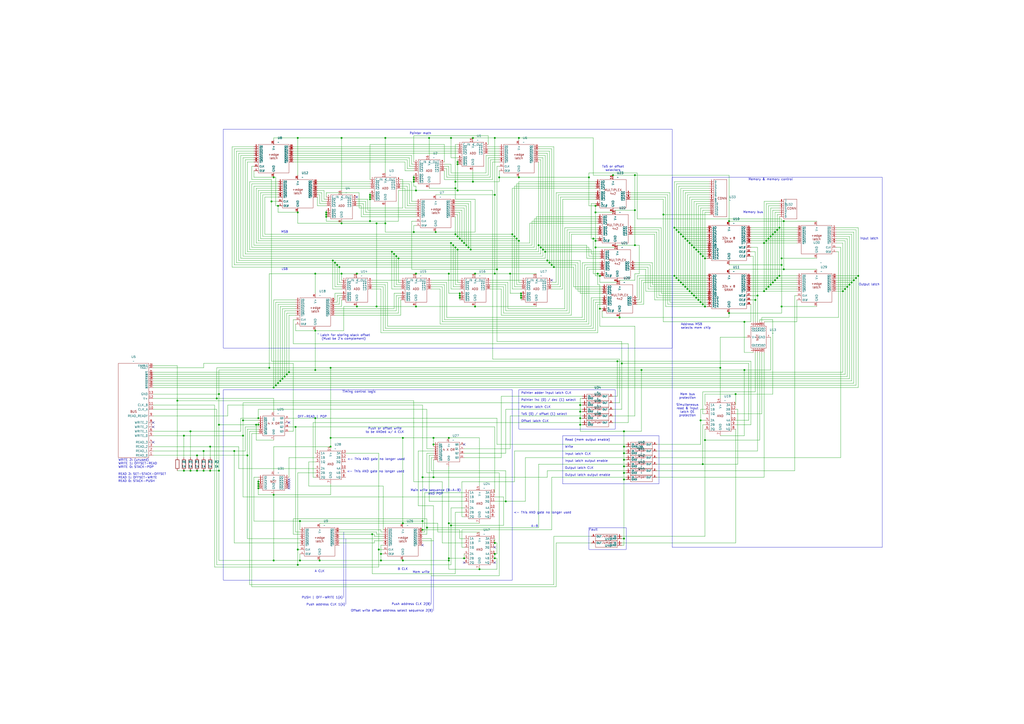
<source format=kicad_sch>
(kicad_sch (version 20231120) (generator "eeschema") (generator_version "8.0")
  (paper "A2")
  (title_block (title "Stack control unit"))
  (junction (at 488.95 168.91))
  (junction (at 158.75 224.79))
  (junction (at 251.46 276.86))
  (junction (at 449.58 162.56))
  (junction (at 172.72 123.19))
  (junction (at 408.94 149.86))
  (junction (at 266.7 171.45))
  (junction (at 302.26 170.18))
  (junction (at 156.21 213.36))
  (junction (at 393.7 134.62))
  (junction (at 193.04 151.13))
  (junction (at 396.24 165.1))
  (junction (at 394.97 135.89))
  (junction (at 182.88 242.57))
  (junction (at 118.11 261.62))
  (junction (at 439.42 171.45))
  (junction (at 162.56 220.98))
  (junction (at 402.59 171.45))
  (junction (at 118.11 273.05))
  (junction (at 227.33 146.05))
  (junction (at 445.77 166.37))
  (junction (at 240.03 105.41))
  (junction (at 140.97 252.73))
  (junction (at 347.98 160.02))
  (junction (at 300.99 139.7))
  (junction (at 402.59 143.51))
  (junction (at 400.05 168.91))
  (junction (at 191.77 213.36))
  (junction (at 251.46 257.81))
  (junction (at 406.4 175.26))
  (junction (at 264.16 109.22))
  (junction (at 114.3 273.05))
  (junction (at 149.86 283.21))
  (junction (at 407.67 269.24))
  (junction (at 443.23 140.97))
  (junction (at 431.8 214.63))
  (junction (at 233.68 325.12))
  (junction (at 260.35 158.75))
  (junction (at 313.69 143.51))
  (junction (at 265.43 110.49))
  (junction (at 214.63 113.03))
  (junction (at 251.46 254))
  (junction (at 453.39 177.8))
  (junction (at 149.86 246.38))
  (junction (at 345.44 139.7))
  (junction (at 392.43 133.35))
  (junction (at 302.26 171.45))
  (junction (at 158.75 102.87))
  (junction (at 102.87 232.41))
  (junction (at 198.12 129.54))
  (junction (at 447.04 137.16))
  (junction (at 261.62 80.01))
  (junction (at 406.4 147.32))
  (junction (at 384.81 124.46))
  (junction (at 453.39 149.86))
  (junction (at 214.63 115.57))
  (junction (at 160.02 223.52))
  (junction (at 403.86 172.72))
  (junction (at 368.3 121.92))
  (junction (at 266.7 170.18))
  (junction (at 300.99 102.87))
  (junction (at 400.05 140.97))
  (junction (at 172.72 327.66))
  (junction (at 345.44 119.38))
  (junction (at 345.44 143.51))
  (junction (at 293.37 290.83))
  (junction (at 158.75 287.02))
  (junction (at 218.44 129.54))
  (junction (at 195.58 153.67))
  (junction (at 295.91 158.75))
  (junction (at 336.55 242.57))
  (junction (at 223.52 129.54))
  (junction (at 149.86 280.67))
  (junction (at 361.95 250.19))
  (junction (at 127 273.05))
  (junction (at 312.42 142.24))
  (junction (at 207.01 158.75))
  (junction (at 207.01 177.8))
  (junction (at 422.91 128.27))
  (junction (at 245.11 302.26))
  (junction (at 149.86 242.57))
  (junction (at 149.86 281.94))
  (junction (at 408.94 177.8))
  (junction (at 219.71 318.77))
  (junction (at 438.15 173.99))
  (junction (at 196.85 154.94))
  (junction (at 125.73 231.14))
  (junction (at 361.95 259.08))
  (junction (at 275.59 158.75))
  (junction (at 121.92 259.08))
  (junction (at 228.6 147.32))
  (junction (at 245.11 307.34))
  (junction (at 275.59 177.8))
  (junction (at 260.35 323.85))
  (junction (at 157.48 116.84))
  (junction (at 262.89 142.24))
  (junction (at 264.16 143.51))
  (junction (at 241.3 177.8))
  (junction (at 345.44 123.19))
  (junction (at 372.11 214.63))
  (junction (at 231.14 149.86))
  (junction (at 408.94 255.27))
  (junction (at 267.97 139.7))
  (junction (at 407.67 148.59))
  (junction (at 287.02 80.01))
  (junction (at 403.86 144.78))
  (junction (at 392.43 161.29))
  (junction (at 287.02 158.75))
  (junction (at 140.97 243.84))
  (junction (at 198.12 80.01))
  (junction (at 264.16 135.89))
  (junction (at 240.03 102.87))
  (junction (at 344.17 138.43))
  (junction (at 318.77 152.4))
  (junction (at 273.05 144.78))
  (junction (at 173.99 325.12))
  (junction (at 173.99 302.26))
  (junction (at 114.3 264.16))
  (junction (at 398.78 167.64))
  (junction (at 247.65 306.07))
  (junction (at 287.02 323.85))
  (junction (at 346.71 158.75))
  (junction (at 401.32 142.24))
  (junction (at 302.26 172.72))
  (junction (at 161.29 119.38))
  (junction (at 448.31 135.89))
  (junction (at 355.6 101.6))
  (junction (at 158.75 325.12))
  (junction (at 444.5 139.7))
  (junction (at 260.35 325.12))
  (junction (at 452.12 132.08))
  (junction (at 361.95 262.89))
  (junction (at 189.23 124.46))
  (junction (at 274.32 105.41))
  (junction (at 106.68 252.73))
  (junction (at 264.16 105.41))
  (junction (at 269.24 140.97))
  (junction (at 336.55 238.76))
  (junction (at 148.59 246.38))
  (junction (at 361.95 266.7))
  (junction (at 189.23 125.73))
  (junction (at 320.04 153.67))
  (junction (at 495.3 162.56))
  (junction (at 166.37 217.17))
  (junction (at 497.84 160.02))
  (junction (at 394.97 163.83))
  (junction (at 161.29 222.25))
  (junction (at 321.31 154.94))
  (junction (at 361.95 270.51))
  (junction (at 143.51 264.16))
  (junction (at 341.63 102.87))
  (junction (at 287.02 321.31))
  (junction (at 398.78 139.7))
  (junction (at 297.18 135.89))
  (junction (at 454.66 128.27))
  (junction (at 127 228.6))
  (junction (at 288.29 156.21))
  (junction (at 453.39 153.67))
  (junction (at 165.1 218.44))
  (junction (at 300.99 80.01))
  (junction (at 490.22 167.64))
  (junction (at 287.02 113.03))
  (junction (at 336.55 246.38))
  (junction (at 260.35 254))
  (junction (at 127 246.38))
  (junction (at 391.16 160.02))
  (junction (at 431.8 186.69))
  (junction (at 189.23 123.19))
  (junction (at 191.77 259.08))
  (junction (at 241.3 158.75))
  (junction (at 347.98 179.07))
  (junction (at 447.04 165.1))
  (junction (at 443.23 168.91))
  (junction (at 289.56 102.87))
  (junction (at 361.95 312.42))
  (junction (at 110.49 273.05))
  (junction (at 218.44 177.8))
  (junction (at 358.14 209.55))
  (junction (at 361.95 274.32))
  (junction (at 454.66 156.21))
  (junction (at 417.83 213.36))
  (junction (at 214.63 128.27))
  (junction (at 191.77 254))
  (junction (at 336.55 234.95))
  (junction (at 265.43 137.16))
  (junction (at 405.13 146.05))
  (junction (at 274.32 80.01))
  (junction (at 492.76 165.1))
  (junction (at 368.3 142.24))
  (junction (at 198.12 158.75))
  (junction (at 287.02 314.96))
  (junction (at 171.45 247.65))
  (junction (at 172.72 80.01))
  (junction (at 223.52 80.01))
  (junction (at 299.72 138.43))
  (junction (at 229.87 148.59))
  (junction (at 135.89 261.62))
  (junction (at 391.16 132.08))
  (junction (at 396.24 137.16))
  (junction (at 245.11 276.86))
  (junction (at 270.51 142.24))
  (junction (at 278.13 330.2))
  (junction (at 252.73 134.62))
  (junction (at 406.4 243.84))
  (junction (at 316.23 146.05))
  (junction (at 491.49 166.37))
  (junction (at 266.7 172.72))
  (junction (at 407.67 176.53))
  (junction (at 317.5 151.13))
  (junction (at 241.3 110.49))
  (junction (at 397.51 138.43))
  (junction (at 265.43 93.98))
  (junction (at 361.95 278.13))
  (junction (at 240.03 104.14))
  (junction (at 261.62 140.97))
  (junction (at 182.88 191.77))
  (junction (at 172.72 318.77))
  (junction (at 298.45 137.16))
  (junction (at 240.03 134.62))
  (junction (at 106.68 273.05))
  (junction (at 215.9 309.88))
  (junction (at 265.43 144.78))
  (junction (at 405.13 173.99))
  (junction (at 444.5 167.64))
  (junction (at 271.78 143.51))
  (junction (at 450.85 133.35))
  (junction (at 233.68 254))
  (junction (at 248.92 80.01))
  (junction (at 233.68 303.53))
  (junction (at 265.43 95.25))
  (junction (at 163.83 219.71))
  (junction (at 314.96 144.78))
  (junction (at 422.91 181.61))
  (junction (at 359.41 184.15))
  (junction (at 260.35 303.53))
  (junction (at 445.77 138.43))
  (junction (at 167.64 215.9))
  (junction (at 149.86 279.4))
  (junction (at 269.24 323.85))
  (junction (at 261.62 304.8))
  (junction (at 397.51 166.37))
  (junction (at 448.31 163.83))
  (junction (at 182.88 214.63))
  (junction (at 220.98 321.31))
  (junction (at 266.7 138.43))
  (junction (at 214.63 114.3))
  (junction (at 496.57 161.29))
  (junction (at 426.72 228.6))
  (junction (at 220.98 325.12))
  (junction (at 368.3 101.6))
  (junction (at 393.7 162.56))
  (junction (at 182.88 158.75))
  (junction (at 494.03 163.83))
  (junction (at 110.49 250.19))
  (junction (at 449.58 134.62))
  (junction (at 450.85 161.29))
  (junction (at 185.42 325.12))
  (junction (at 452.12 160.02))
  (junction (at 194.31 152.4))
  (junction (at 401.32 170.18))
  (junction (at 121.92 273.05))
  (junction (at 360.68 210.82))
  (no_connect (at 320.04 162.56))
  (no_connect (at 287.02 317.5))
  (no_connect (at 88.9 256.54))
  (no_connect (at 167.64 279.4))
  (no_connect (at 167.64 278.13))
  (no_connect (at 269.24 326.39))
  (no_connect (at 167.64 283.21))
  (no_connect (at 287.02 326.39))
  (no_connect (at 167.64 281.94))
  (no_connect (at 88.9 245.11))
  (no_connect (at 269.24 257.81))
  (no_connect (at 207.01 114.3))
  (no_connect (at 167.64 245.11))
  (no_connect (at 167.64 280.67))
  (no_connect (at 88.9 247.65))
  (no_connect (at 245.11 316.23))
  (wire (pts (xy 165.1 180.34) (xy 165.1 218.44)))
  (wire (pts (xy 331.47 182.88) (xy 290.83 182.88)))
  (wire (pts (xy 171.45 176.53) (xy 161.29 176.53)))
  (wire (pts (xy 248.92 80.01) (xy 223.52 80.01)))
  (wire (pts (xy 269.24 312.42) (xy 266.7 312.42)))
  (wire (pts (xy 450.85 161.29) (xy 462.28 161.29)))
  (wire (pts (xy 134.62 85.09) (xy 134.62 154.94)))
  (wire (pts (xy 312.42 86.36) (xy 320.04 86.36)))
  (wire (pts (xy 369.57 100.33) (xy 369.57 127)))
  (wire (pts (xy 161.29 119.38) (xy 160.02 119.38)))
  (wire (pts (xy 259.08 97.79) (xy 259.08 102.87)))
  (wire (pts (xy 238.76 128.27) (xy 241.3 128.27)))
  (wire (pts (xy 290.83 229.87) (xy 337.82 229.87)))
  (wire (pts (xy 135.89 153.67) (xy 195.58 153.67)))
  (wire (pts (xy 372.11 214.63) (xy 182.88 214.63)))
  (wire (pts (xy 124.46 328.93) (xy 219.71 328.93)))
  (wire (pts (xy 88.9 250.19) (xy 110.49 250.19)))
  (wire (pts (xy 140.97 91.44) (xy 140.97 148.59)))
  (wire (pts (xy 287.02 158.75) (xy 295.91 158.75)))
  (wire (pts (xy 171.45 308.61) (xy 173.99 308.61)))
  (wire (pts (xy 241.3 107.95) (xy 240.03 107.95)))
  (wire (pts (xy 234.95 109.22) (xy 234.95 120.65)))
  (wire (pts (xy 341.63 119.38) (xy 345.44 119.38)))
  (wire (pts (xy 402.59 143.51) (xy 402.59 171.45)))
  (wire (pts (xy 417.83 213.36) (xy 417.83 195.58)))
  (wire (pts (xy 250.19 334.01) (xy 289.56 334.01)))
  (wire (pts (xy 438.15 173.99) (xy 438.15 186.69)))
  (wire (pts (xy 251.46 276.86) (xy 251.46 266.7)))
  (wire (pts (xy 147.32 302.26) (xy 147.32 276.86)))
  (wire (pts (xy 485.14 162.56) (xy 495.3 162.56)))
  (wire (pts (xy 214.63 115.57) (xy 214.63 128.27)))
  (wire (pts (xy 179.07 267.97) (xy 179.07 281.94)))
  (wire (pts (xy 304.8 265.43) (xy 363.22 265.43)))
  (wire (pts (xy 361.95 250.19) (xy 372.11 250.19)))
  (wire (pts (xy 228.6 147.32) (xy 313.69 147.32)))
  (wire (pts (xy 435.61 132.08) (xy 452.12 132.08)))
  (wire (pts (xy 257.81 165.1) (xy 250.19 165.1)))
  (wire (pts (xy 431.8 252.73) (xy 431.8 214.63)))
  (wire (pts (xy 405.13 119.38) (xy 405.13 146.05)))
  (wire (pts (xy 453.39 153.67) (xy 453.39 149.86)))
  (wire (pts (xy 381 276.86) (xy 443.23 276.86)))
  (wire (pts (xy 195.58 165.1) (xy 195.58 153.67)))
  (wire (pts (xy 443.23 140.97) (xy 462.28 140.97)))
  (wire (pts (xy 360.68 198.12) (xy 288.29 198.12)))
  (wire (pts (xy 269.24 290.83) (xy 248.92 290.83)))
  (wire (pts (xy 294.64 163.83) (xy 284.48 163.83)))
  (wire (pts (xy 260.35 170.18) (xy 260.35 158.75)))
  (wire (pts (xy 391.16 132.08) (xy 391.16 105.41)))
  (wire (pts (xy 135.89 261.62) (xy 142.24 261.62)))
  (wire (pts (xy 88.9 215.9) (xy 167.64 215.9)))
  (wire (pts (xy 378.46 165.1) (xy 378.46 152.4)))
  (wire (pts (xy 405.13 146.05) (xy 405.13 173.99)))
  (wire (pts (xy 345.44 175.26) (xy 345.44 191.77)))
  (wire (pts (xy 219.71 318.77) (xy 222.25 318.77)))
  (wire (pts (xy 170.18 91.44) (xy 237.49 91.44)))
  (wire (pts (xy 241.3 123.19) (xy 212.09 123.19)))
  (wire (pts (xy 245.11 276.86) (xy 245.11 302.26)))
  (wire (pts (xy 408.94 311.15) (xy 360.68 311.15)))
  (wire (pts (xy 240.03 95.25) (xy 238.76 95.25)))
  (wire (pts (xy 367.03 134.62) (xy 381 134.62)))
  (wire (pts (xy 240.03 78.74) (xy 240.03 93.98)))
  (wire (pts (xy 170.18 90.17) (xy 238.76 90.17)))
  (wire (pts (xy 170.18 85.09) (xy 265.43 85.09)))
  (wire (pts (xy 302.26 166.37) (xy 298.45 166.37)))
  (wire (pts (xy 146.05 143.51) (xy 146.05 106.68)))
  (wire (pts (xy 121.92 265.43) (xy 121.92 259.08)))
  (wire (pts (xy 222.25 281.94) (xy 222.25 307.34)))
  (wire (pts (xy 312.42 91.44) (xy 314.96 91.44)))
  (wire (pts (xy 293.37 237.49) (xy 337.82 237.49)))
  (wire (pts (xy 247.65 262.89) (xy 251.46 262.89)))
  (wire (pts (xy 262.89 166.37) (xy 262.89 142.24)))
  (wire (pts (xy 250.19 265.43) (xy 251.46 265.43)))
  (wire (pts (xy 110.49 273.05) (xy 114.3 273.05)))
  (wire (pts (xy 287.02 290.83) (xy 293.37 290.83)))
  (wire (pts (xy 410.21 138.43) (xy 397.51 138.43)))
  (wire (pts (xy 336.55 238.76) (xy 337.82 238.76)))
  (wire (pts (xy 194.31 176.53) (xy 196.85 176.53)))
  (wire (pts (xy 247.65 237.49) (xy 247.65 260.35)))
  (wire (pts (xy 289.56 96.52) (xy 288.29 96.52)))
  (wire (pts (xy 267.97 307.34) (xy 320.04 307.34)))
  (wire (pts (xy 289.56 102.87) (xy 300.99 102.87)))
  (wire (pts (xy 157.48 116.84) (xy 157.48 209.55)))
  (wire (pts (xy 222.25 166.37) (xy 215.9 166.37)))
  (wire (pts (xy 355.6 229.87) (xy 358.14 229.87)))
  (wire (pts (xy 220.98 325.12) (xy 233.68 325.12)))
  (wire (pts (xy 260.35 96.52) (xy 257.81 96.52)))
  (wire (pts (xy 312.42 90.17) (xy 316.23 90.17)))
  (wire (pts (xy 256.54 186.69) (xy 256.54 166.37)))
  (wire (pts (xy 125.73 327.66) (xy 172.72 327.66)))
  (wire (pts (xy 275.59 177.8) (xy 311.15 177.8)))
  (wire (pts (xy 199.39 191.77) (xy 182.88 191.77)))
  (wire (pts (xy 342.9 314.96) (xy 322.58 314.96)))
  (wire (pts (xy 448.31 135.89) (xy 462.28 135.89)))
  (wire (pts (xy 172.72 318.77) (xy 172.72 327.66)))
  (wire (pts (xy 88.9 222.25) (xy 161.29 222.25)))
  (wire (pts (xy 264.16 115.57) (xy 275.59 115.57)))
  (wire (pts (xy 196.85 307.34) (xy 220.98 307.34)))
  (wire (pts (xy 196.85 154.94) (xy 321.31 154.94)))
  (wire (pts (xy 257.81 185.42) (xy 257.81 165.1)))
  (wire (pts (xy 88.9 237.49) (xy 125.73 237.49)))
  (wire (pts (xy 381 261.62) (xy 439.42 261.62)))
  (wire (pts (xy 220.98 316.23) (xy 220.98 321.31)))
  (wire (pts (xy 453.39 177.8) (xy 453.39 153.67)))
  (wire (pts (xy 232.41 163.83) (xy 231.14 163.83)))
  (wire (pts (xy 171.45 179.07) (xy 163.83 179.07)))
  (wire (pts (xy 440.69 255.27) (xy 440.69 204.47)))
  (wire (pts (xy 406.4 257.81) (xy 406.4 243.84)))
  (wire (pts (xy 285.75 208.28) (xy 359.41 208.28)))
  (wire (pts (xy 336.55 242.57) (xy 337.82 242.57)))
  (wire (pts (xy 384.81 124.46) (xy 411.48 124.46)))
  (wire (pts (xy 448.31 163.83) (xy 462.28 163.83)))
  (wire (pts (xy 448.31 135.89) (xy 448.31 163.83)))
  (wire (pts (xy 184.15 114.3) (xy 184.15 119.38)))
  (wire (pts (xy 312.42 92.71) (xy 313.69 92.71)))
  (wire (pts (xy 223.52 129.54) (xy 223.52 134.62)))
  (wire (pts (xy 400.05 168.91) (xy 410.21 168.91)))
  (wire (pts (xy 157.48 209.55) (xy 358.14 209.55)))
  (wire (pts (xy 300.99 163.83) (xy 300.99 139.7)))
  (wire (pts (xy 191.77 213.36) (xy 417.83 213.36)))
  (wire (pts (xy 408.94 255.27) (xy 408.94 311.15)))
  (wire (pts (xy 325.12 166.37) (xy 325.12 114.3)))
  (wire (pts (xy 349.25 180.34) (xy 349.25 184.15)))
  (wire (pts (xy 283.21 78.74) (xy 283.21 83.82)))
  (wire (pts (xy 189.23 123.19) (xy 189.23 124.46)))
  (wire (pts (xy 147.32 99.06) (xy 147.32 102.87)))
  (wire (pts (xy 435.61 173.99) (xy 438.15 173.99)))
  (wire (pts (xy 247.65 300.99) (xy 170.18 300.99)))
  (wire (pts (xy 449.58 134.62) (xy 449.58 162.56)))
  (wire (pts (xy 341.63 156.21) (xy 341.63 187.96)))
  (wire (pts (xy 151.13 138.43) (xy 266.7 138.43)))
  (wire (pts (xy 334.01 167.64) (xy 349.25 167.64)))
  (wire (pts (xy 245.11 234.95) (xy 245.11 276.86)))
  (wire (pts (xy 403.86 144.78) (xy 403.86 172.72)))
  (wire (pts (xy 241.3 125.73) (xy 209.55 125.73)))
  (wire (pts (xy 449.58 162.56) (xy 462.28 162.56)))
  (wire (pts (xy 172.72 327.66) (xy 261.62 327.66)))
  (wire (pts (xy 388.62 111.76) (xy 388.62 175.26)))
  (wire (pts (xy 173.99 318.77) (xy 172.72 318.77)))
  (wire (pts (xy 134.62 154.94) (xy 196.85 154.94)))
  (wire (pts (xy 193.04 151.13) (xy 317.5 151.13)))
  (wire (pts (xy 138.43 259.08) (xy 138.43 271.78)))
  (wire (pts (xy 449.58 162.56) (xy 435.61 162.56)))
  (wire (pts (xy 254 308.61) (xy 254 303.53)))
  (wire (pts (xy 219.71 262.89) (xy 200.66 262.89)))
  (wire (pts (xy 143.51 248.92) (xy 149.86 248.92)))
  (wire (pts (xy 312.42 88.9) (xy 317.5 88.9)))
  (wire (pts (xy 248.92 290.83) (xy 248.92 264.16)))
  (wire (pts (xy 275.59 134.62) (xy 275.59 115.57)))
  (wire (pts (xy 485.14 160.02) (xy 497.84 160.02)))
  (wire (pts (xy 321.31 311.15) (xy 321.31 339.09)))
  (wire (pts (xy 341.63 187.96) (xy 255.27 187.96)))
  (wire (pts (xy 289.56 99.06) (xy 289.56 102.87)))
  (wire (pts (xy 295.91 260.35) (xy 269.24 260.35)))
  (wire (pts (xy 213.36 115.57) (xy 213.36 121.92)))
  (wire (pts (xy 186.69 111.76) (xy 186.69 116.84)))
  (wire (pts (xy 312.42 142.24) (xy 312.42 146.05)))
  (wire (pts (xy 368.3 101.6) (xy 368.3 121.92)))
  (wire (pts (xy 266.7 170.18) (xy 266.7 171.45)))
  (wire (pts (xy 240.03 107.95) (xy 240.03 105.41)))
  (wire (pts (xy 486.41 184.15) (xy 486.41 146.05)))
  (wire (pts (xy 439.42 143.51) (xy 435.61 143.51)))
  (wire (pts (xy 422.91 181.61) (xy 453.39 181.61)))
  (wire (pts (xy 215.9 332.74) (xy 264.16 332.74)))
  (wire (pts (xy 138.43 271.78) (xy 182.88 271.78)))
  (wire (pts (xy 485.14 165.1) (xy 492.76 165.1)))
  (wire (pts (xy 488.95 215.9) (xy 488.95 168.91)))
  (wire (pts (xy 251.46 254) (xy 260.35 254)))
  (wire (pts (xy 394.97 163.83) (xy 410.21 163.83)))
  (wire (pts (xy 182.88 267.97) (xy 179.07 267.97)))
  (wire (pts (xy 438.15 146.05) (xy 438.15 173.99)))
  (wire (pts (xy 264.16 105.41) (xy 264.16 109.22)))
  (wire (pts (xy 361.95 266.7) (xy 361.95 262.89)))
  (wire (pts (xy 264.16 297.18) (xy 269.24 297.18)))
  (wire (pts (xy 417.83 252.73) (xy 431.8 252.73)))
  (wire (pts (xy 156.21 213.36) (xy 125.73 213.36)))
  (wire (pts (xy 220.98 307.34) (xy 220.98 308.61)))
  (wire (pts (xy 441.96 240.03) (xy 441.96 204.47)))
  (wire (pts (xy 447.04 195.58) (xy 447.04 214.63)))
  (wire (pts (xy 153.67 135.89) (xy 153.67 114.3)))
  (wire (pts (xy 170.18 199.39) (xy 170.18 185.42)))
  (wire (pts (xy 398.78 139.7) (xy 398.78 167.64)))
  (wire (pts (xy 140.97 233.68) (xy 140.97 243.84)))
  (wire (pts (xy 407.67 246.38) (xy 407.67 269.24)))
  (wire (pts (xy 152.4 113.03) (xy 161.29 113.03)))
  (wire (pts (xy 217.17 309.88) (xy 217.17 311.15)))
  (wire (pts (xy 345.44 106.68) (xy 299.72 106.68)))
  (wire (pts (xy 260.35 270.51) (xy 260.35 303.53)))
  (wire (pts (xy 266.7 167.64) (xy 261.62 167.64)))
  (wire (pts (xy 330.2 181.61) (xy 292.1 181.61)))
  (wire (pts (xy 287.02 247.65) (xy 287.02 285.75)))
  (wire (pts (xy 387.35 176.53) (xy 407.67 176.53)))
  (wire (pts (xy 238.76 156.21) (xy 238.76 128.27)))
  (wire (pts (xy 223.52 119.38) (xy 223.52 129.54)))
  (wire (pts (xy 346.71 129.54) (xy 307.34 129.54)))
  (wire (pts (xy 334.01 153.67) (xy 334.01 167.64)))
  (wire (pts (xy 485.14 168.91) (xy 488.95 168.91)))
  (wire (pts (xy 132.08 234.95) (xy 245.11 234.95)))
  (wire (pts (xy 231.14 163.83) (xy 231.14 149.86)))
  (wire (pts (xy 137.16 87.63) (xy 137.16 152.4)))
  (wire (pts (xy 436.88 148.59) (xy 436.88 186.69)))
  (wire (pts (xy 147.32 96.52) (xy 146.05 96.52)))
  (polyline (pts (xy 250.19 334.01) (xy 250.19 350.52)))
  (wire (pts (xy 219.71 262.89) (xy 219.71 318.77)))
  (wire (pts (xy 146.05 104.14) (xy 157.48 104.14)))
  (wire (pts (xy 375.92 167.64) (xy 398.78 167.64)))
  (wire (pts (xy 102.87 212.09) (xy 88.9 212.09)))
  (wire (pts (xy 215.9 309.88) (xy 215.9 332.74)))
  (wire (pts (xy 436.88 148.59) (xy 435.61 148.59)))
  (wire (pts (xy 344.17 190.5) (xy 223.52 190.5)))
  (wire (pts (xy 396.24 137.16) (xy 396.24 110.49)))
  (wire (pts (xy 144.78 339.09) (xy 144.78 250.19)))
  (wire (pts (xy 260.35 158.75) (xy 275.59 158.75)))
  (wire (pts (xy 261.62 95.25) (xy 261.62 100.33)))
  (wire (pts (xy 194.31 170.18) (xy 198.12 170.18)))
  (wire (pts (xy 189.23 115.57) (xy 187.96 115.57)))
  (wire (pts (xy 149.86 237.49) (xy 247.65 237.49)))
  (wire (pts (xy 290.83 182.88) (xy 290.83 167.64)))
  (wire (pts (xy 295.91 170.18) (xy 302.26 170.18)))
  (wire (pts (xy 214.63 83.82) (xy 214.63 104.14)))
  (wire (pts (xy 344.17 101.6) (xy 344.17 80.01)))
  (wire (pts (xy 208.28 120.65) (xy 208.28 111.76)))
  (wire (pts (xy 450.85 133.35) (xy 450.85 124.46)))
  (wire (pts (xy 163.83 219.71) (xy 492.76 219.71)))
  (wire (pts (xy 171.45 177.8) (xy 162.56 177.8)))
  (wire (pts (xy 398.78 167.64) (xy 410.21 167.64)))
  (wire (pts (xy 245.11 308.61) (xy 246.38 308.61)))
  (wire (pts (xy 307.34 140.97) (xy 269.24 140.97)))
  (wire (pts (xy 492.76 165.1) (xy 492.76 137.16)))
  (wire (pts (xy 302.26 165.1) (xy 299.72 165.1)))
  (wire (pts (xy 140.97 252.73) (xy 140.97 288.29)))
  (wire (pts (xy 394.97 109.22) (xy 394.97 135.89)))
  (wire (pts (xy 110.49 250.19) (xy 110.49 265.43)))
  (wire (pts (xy 88.9 220.98) (xy 162.56 220.98)))
  (wire (pts (xy 134.62 85.09) (xy 147.32 85.09)))
  (wire (pts (xy 406.4 120.65) (xy 411.48 120.65)))
  (wire (pts (xy 287.02 314.96) (xy 288.29 314.96)))
  (wire (pts (xy 260.35 323.85) (xy 260.35 325.12)))
  (wire (pts (xy 240.03 102.87) (xy 240.03 104.14)))
  (wire (pts (xy 283.21 87.63) (xy 289.56 87.63)))
  (wire (pts (xy 207.01 177.8) (xy 218.44 177.8)))
  (wire (pts (xy 316.23 146.05) (xy 316.23 149.86)))
  (wire (pts (xy 368.3 121.92) (xy 356.87 121.92)))
  (wire (pts (xy 240.03 134.62) (xy 252.73 134.62)))
  (wire (pts (xy 392.43 133.35) (xy 392.43 161.29)))
  (wire (pts (xy 358.14 209.55) (xy 435.61 209.55)))
  (wire (pts (xy 406.4 243.84) (xy 406.4 237.49)))
  (wire (pts (xy 242.57 293.37) (xy 242.57 261.62)))
  (wire (pts (xy 88.9 213.36) (xy 118.11 213.36)))
  (wire (pts (xy 448.31 163.83) (xy 435.61 163.83)))
  (wire (pts (xy 396.24 110.49) (xy 411.48 110.49)))
  (wire (pts (xy 411.48 111.76) (xy 397.51 111.76)))
  (wire (pts (xy 88.9 223.52) (xy 160.02 223.52)))
  (wire (pts (xy 492.76 137.16) (xy 485.14 137.16)))
  (wire (pts (xy 147.32 276.86) (xy 149.86 276.86)))
  (wire (pts (xy 156.21 158.75) (xy 156.21 213.36)))
  (wire (pts (xy 264.16 124.46) (xy 265.43 124.46)))
  (wire (pts (xy 198.12 163.83) (xy 196.85 163.83)))
  (wire (pts (xy 260.35 303.53) (xy 260.35 323.85)))
  (wire (pts (xy 158.75 273.05) (xy 158.75 259.08)))
  (wire (pts (xy 135.89 86.36) (xy 135.89 153.67)))
  (wire (pts (xy 265.43 83.82) (xy 264.16 83.82)))
  (wire (pts (xy 191.77 259.08) (xy 191.77 254)))
  (wire (pts (xy 259.08 163.83) (xy 250.19 163.83)))
  (wire (pts (xy 224.79 189.23) (xy 224.79 163.83)))
  (wire (pts (xy 311.15 144.78) (xy 273.05 144.78)))
  (wire (pts (xy 434.34 243.84) (xy 426.72 243.84)))
  (wire (pts (xy 172.72 80.01) (xy 172.72 101.6)))
  (wire (pts (xy 88.9 228.6) (xy 127 228.6)))
  (wire (pts (xy 232.41 109.22) (xy 234.95 109.22)))
  (wire (pts (xy 491.49 166.37) (xy 485.14 166.37)))
  (wire (pts (xy 445.77 119.38) (xy 452.12 119.38)))
  (wire (pts (xy 284.48 102.87) (xy 284.48 92.71)))
  (wire (pts (xy 147.32 142.24) (xy 262.89 142.24)))
  (wire (pts (xy 227.33 146.05) (xy 312.42 146.05)))
  (wire (pts (xy 146.05 96.52) (xy 146.05 104.14)))
  (wire (pts (xy 172.72 129.54) (xy 172.72 123.19)))
  (wire (pts (xy 223.52 80.01) (xy 198.12 80.01)))
  (wire (pts (xy 248.92 109.22) (xy 264.16 109.22)))
  (wire (pts (xy 293.37 165.1) (xy 284.48 165.1)))
  (wire (pts (xy 171.45 247.65) (xy 171.45 308.61)))
  (wire (pts (xy 368.3 158.75) (xy 370.84 158.75)))
  (wire (pts (xy 283.21 86.36) (xy 289.56 86.36)))
  (wire (pts (xy 434.34 210.82) (xy 434.34 243.84)))
  (wire (pts (xy 223.52 165.1) (xy 215.9 165.1)))
  (wire (pts (xy 264.16 120.65) (xy 269.24 120.65)))
  (wire (pts (xy 435.61 176.53) (xy 435.61 186.69)))
  (wire (pts (xy 496.57 133.35) (xy 496.57 161.29)))
  (wire (pts (xy 182.88 158.75) (xy 198.12 158.75)))
  (wire (pts (xy 149.86 287.02) (xy 158.75 287.02)))
  (wire (pts (xy 485.14 146.05) (xy 486.41 146.05)))
  (wire (pts (xy 152.4 137.16) (xy 152.4 113.03)))
  (wire (pts (xy 139.7 149.86) (xy 231.14 149.86)))
  (wire (pts (xy 231.14 172.72) (xy 232.41 172.72)))
  (wire (pts (xy 232.41 104.14) (xy 233.68 104.14)))
  (wire (pts (xy 233.68 254) (xy 233.68 303.53)))
  (wire (pts (xy 274.32 105.41) (xy 289.56 105.41)))
  (wire (pts (xy 342.9 144.78) (xy 314.96 144.78)))
  (wire (pts (xy 336.55 170.18) (xy 349.25 170.18)))
  (wire (pts (xy 345.44 119.38) (xy 345.44 123.19)))
  (wire (pts (xy 340.36 149.86) (xy 340.36 142.24)))
  (wire (pts (xy 148.59 246.38) (xy 148.59 255.27)))
  (wire (pts (xy 288.29 156.21) (xy 238.76 156.21)))
  (wire (pts (xy 222.25 191.77) (xy 222.25 166.37)))
  (wire (pts (xy 297.18 109.22) (xy 297.18 135.89)))
  (wire (pts (xy 452.12 132.08) (xy 462.28 132.08)))
  (wire (pts (xy 488.95 168.91) (xy 488.95 140.97)))
  (wire (pts (xy 102.87 212.09) (xy 102.87 232.41)))
  (wire (pts (xy 331.47 135.89) (xy 331.47 182.88)))
  (wire (pts (xy 441.96 186.69) (xy 441.96 184.15)))
  (wire (pts (xy 236.22 107.95) (xy 236.22 119.38)))
  (wire (pts (xy 397.51 138.43) (xy 397.51 166.37)))
  (wire (pts (xy 445.77 138.43) (xy 462.28 138.43)))
  (wire (pts (xy 336.55 246.38) (xy 336.55 250.19)))
  (wire (pts (xy 347.98 148.59) (xy 341.63 148.59)))
  (wire (pts (xy 173.99 325.12) (xy 185.42 325.12)))
  (wire (pts (xy 410.21 137.16) (xy 396.24 137.16)))
  (wire (pts (xy 158.75 224.79) (xy 497.84 224.79)))
  (wire (pts (xy 450.85 133.35) (xy 450.85 161.29)))
  (wire (pts (xy 435.61 139.7) (xy 444.5 139.7)))
  (wire (pts (xy 160.02 119.38) (xy 160.02 102.87)))
  (wire (pts (xy 247.65 309.88) (xy 247.65 306.07)))
  (wire (pts (xy 212.09 123.19) (xy 212.09 116.84)))
  (wire (pts (xy 327.66 179.07) (xy 294.64 179.07)))
  (wire (pts (xy 300.99 139.7) (xy 267.97 139.7)))
  (wire (pts (xy 408.94 248.92) (xy 408.94 255.27)))
  (wire (pts (xy 295.91 241.3) (xy 295.91 260.35)))
  (wire (pts (xy 236.22 119.38) (xy 241.3 119.38)))
  (wire (pts (xy 265.43 92.71) (xy 265.43 93.98)))
  (wire (pts (xy 435.61 133.35) (xy 450.85 133.35)))
  (wire (pts (xy 143.51 146.05) (xy 227.33 146.05)))
  (wire (pts (xy 148.59 255.27) (xy 158.75 255.27)))
  (polyline (pts (xy 199.39 308.61) (xy 199.39 346.71)))
  (wire (pts (xy 326.39 115.57) (xy 345.44 115.57)))
  (wire (pts (xy 452.12 123.19) (xy 449.58 123.19)))
  (wire (pts (xy 229.87 180.34) (xy 229.87 171.45)))
  (wire (pts (xy 293.37 180.34) (xy 293.37 165.1)))
  (wire (pts (xy 439.42 143.51) (xy 439.42 171.45)))
  (wire (pts (xy 342.9 147.32) (xy 342.9 144.78)))
  (wire (pts (xy 194.31 166.37) (xy 194.31 152.4)))
  (wire (pts (xy 238.76 95.25) (xy 238.76 90.17)))
  (wire (pts (xy 274.32 99.06) (xy 274.32 105.41)))
  (wire (pts (xy 453.39 149.86) (xy 453.39 127)))
  (wire (pts (xy 194.31 152.4) (xy 318.77 152.4)))
  (wire (pts (xy 222.25 316.23) (xy 220.98 316.23)))
  (wire (pts (xy 195.58 171.45) (xy 198.12 171.45)))
  (wire (pts (xy 335.28 168.91) (xy 349.25 168.91)))
  (wire (pts (xy 299.72 106.68) (xy 299.72 138.43)))
  (wire (pts (xy 447.04 137.16) (xy 462.28 137.16)))
  (wire (pts (xy 317.5 151.13) (xy 336.55 151.13)))
  (wire (pts (xy 142.24 261.62) (xy 142.24 247.65)))
  (wire (pts (xy 383.54 132.08) (xy 383.54 170.18)))
  (wire (pts (xy 193.04 167.64) (xy 193.04 151.13)))
  (wire (pts (xy 229.87 171.45) (xy 232.41 171.45)))
  (wire (pts (xy 182.88 265.43) (xy 167.64 265.43)))
  (wire (pts (xy 245.11 309.88) (xy 247.65 309.88)))
  (wire (pts (xy 435.61 146.05) (xy 438.15 146.05)))
  (wire (pts (xy 88.9 261.62) (xy 118.11 261.62)))
  (wire (pts (xy 207.01 115.57) (xy 213.36 115.57)))
  (wire (pts (xy 431.8 186.69) (xy 431.8 204.47)))
  (wire (pts (xy 118.11 261.62) (xy 135.89 261.62)))
  (wire (pts (xy 300.99 105.41) (xy 300.99 139.7)))
  (wire (pts (xy 345.44 160.02) (xy 345.44 143.51)))
  (wire (pts (xy 426.72 248.92) (xy 426.72 314.96)))
  (wire (pts (xy 185.42 325.12) (xy 220.98 325.12)))
  (wire (pts (xy 267.97 317.5) (xy 269.24 317.5)))
  (wire (pts (xy 290.83 167.64) (xy 284.48 167.64)))
  (wire (pts (xy 297.18 167.64) (xy 297.18 135.89)))
  (wire (pts (xy 370.84 158.75) (xy 370.84 142.24)))
  (wire (pts (xy 347.98 179.07) (xy 347.98 189.23)))
  (wire (pts (xy 397.51 166.37) (xy 410.21 166.37)))
  (wire (pts (xy 365.76 114.3) (xy 386.08 114.3)))
  (wire (pts (xy 191.77 287.02) (xy 158.75 287.02)))
  (wire (pts (xy 288.29 330.2) (xy 278.13 330.2)))
  (wire (pts (xy 125.73 213.36) (xy 125.73 231.14)))
  (wire (pts (xy 392.43 106.68) (xy 392.43 133.35)))
  (wire (pts (xy 265.43 163.83) (xy 265.43 144.78)))
  (wire (pts (xy 210.82 118.11) (xy 210.82 124.46)))
  (wire (pts (xy 401.32 170.18) (xy 410.21 170.18)))
  (wire (pts (xy 247.65 306.07) (xy 247.65 300.99)))
  (wire (pts (xy 355.6 237.49) (xy 360.68 237.49)))
  (wire (pts (xy 359.41 184.15) (xy 422.91 184.15)))
  (wire (pts (xy 485.14 138.43) (xy 491.49 138.43)))
  (wire (pts (xy 143.51 312.42) (xy 173.99 312.42)))
  (wire (pts (xy 462.28 173.99) (xy 462.28 186.69)))
  (wire (pts (xy 287.02 323.85) (xy 288.29 323.85)))
  (wire (pts (xy 162.56 220.98) (xy 494.03 220.98)))
  (wire (pts (xy 121.92 259.08) (xy 138.43 259.08)))
  (wire (pts (xy 293.37 262.89) (xy 293.37 237.49)))
  (wire (pts (xy 240.03 101.6) (xy 240.03 102.87)))
  (wire (pts (xy 346.71 158.75) (xy 344.17 158.75)))
  (wire (pts (xy 410.21 140.97) (xy 400.05 140.97)))
  (wire (pts (xy 184.15 111.76) (xy 186.69 111.76)))
  (wire (pts (xy 422.91 101.6) (xy 368.3 101.6)))
  (wire (pts (xy 487.68 143.51) (xy 487.68 265.43)))
  (wire (pts (xy 171.45 173.99) (xy 158.75 173.99)))
  (wire (pts (xy 346.71 128.27) (xy 308.61 128.27)))
  (wire (pts (xy 218.44 129.54) (xy 223.52 129.54)))
  (wire (pts (xy 278.13 281.94) (xy 278.13 254)))
  (wire (pts (xy 495.3 162.56) (xy 495.3 134.62)))
  (wire (pts (xy 261.62 91.44) (xy 261.62 80.01)))
  (wire (pts (xy 182.88 158.75) (xy 182.88 170.18)))
  (wire (pts (xy 157.48 116.84) (xy 161.29 116.84)))
  (wire (pts (xy 337.82 246.38) (xy 336.55 246.38)))
  (wire (pts (xy 339.09 153.67) (xy 339.09 185.42)))
  (wire (pts (xy 361.95 278.13) (xy 363.22 278.13)))
  (wire (pts (xy 266.7 170.18) (xy 260.35 170.18)))
  (wire (pts (xy 408.94 255.27) (xy 440.69 255.27)))
  (wire (pts (xy 410.21 148.59) (xy 407.67 148.59)))
  (wire (pts (xy 345.44 109.22) (xy 297.18 109.22)))
  (wire (pts (xy 448.31 121.92) (xy 452.12 121.92)))
  (wire (pts (xy 435.61 171.45) (xy 439.42 171.45)))
  (wire (pts (xy 250.19 273.05) (xy 250.19 265.43)))
  (wire (pts (xy 161.29 176.53) (xy 161.29 222.25)))
  (wire (pts (xy 340.36 186.69) (xy 256.54 186.69)))
  (wire (pts (xy 184.15 113.03) (xy 185.42 113.03)))
  (wire (pts (xy 283.21 78.74) (xy 240.03 78.74)))
  (wire (pts (xy 406.4 147.32) (xy 406.4 175.26)))
  (wire (pts (xy 345.44 105.41) (xy 300.99 105.41)))
  (wire (pts (xy 184.15 110.49) (xy 187.96 110.49)))
  (wire (pts (xy 146.05 340.36) (xy 146.05 251.46)))
  (wire (pts (xy 443.23 186.69) (xy 462.28 186.69)))
  (wire (pts (xy 229.87 165.1) (xy 229.87 148.59)))
  (wire (pts (xy 299.72 165.1) (xy 299.72 138.43)))
  (wire (pts (xy 435.61 135.89) (xy 448.31 135.89)))
  (wire (pts (xy 407.67 269.24) (xy 427.99 269.24)))
  (wire (pts (xy 256.54 314.96) (xy 269.24 314.96)))
  (wire (pts (xy 313.69 143.51) (xy 313.69 147.32)))
  (wire (pts (xy 447.04 165.1) (xy 462.28 165.1)))
  (wire (pts (xy 293.37 290.83) (xy 304.8 290.83)))
  (wire (pts (xy 196.85 163.83) (xy 196.85 154.94)))
  (wire (pts (xy 184.15 109.22) (xy 214.63 109.22)))
  (wire (pts (xy 241.3 158.75) (xy 260.35 158.75)))
  (wire (pts (xy 265.43 93.98) (xy 265.43 95.25)))
  (wire (pts (xy 402.59 116.84) (xy 402.59 143.51)))
  (wire (pts (xy 283.21 101.6) (xy 260.35 101.6)))
  (wire (pts (xy 445.77 138.43) (xy 445.77 119.38)))
  (wire (pts (xy 88.9 219.71) (xy 163.83 219.71)))
  (wire (pts (xy 336.55 250.19) (xy 361.95 250.19)))
  (wire (pts (xy 167.64 265.43) (xy 167.64 276.86)))
  (wire (pts (xy 453.39 153.67) (xy 422.91 153.67)))
  (wire (pts (xy 189.23 111.76) (xy 208.28 111.76)))
  (wire (pts (xy 336.55 246.38) (xy 336.55 242.57)))
  (wire (pts (xy 184.15 119.38) (xy 189.23 119.38)))
  (wire (pts (xy 171.45 180.34) (xy 165.1 180.34)))
  (wire (pts (xy 494.03 163.83) (xy 494.03 220.98)))
  (wire (pts (xy 445.77 166.37) (xy 435.61 166.37)))
  (wire (pts (xy 198.12 177.8) (xy 198.12 173.99)))
  (wire (pts (xy 189.23 121.92) (xy 189.23 123.19)))
  (wire (pts (xy 275.59 158.75) (xy 287.02 158.75)))
  (wire (pts (xy 368.3 101.6) (xy 355.6 101.6)))
  (wire (pts (xy 102.87 273.05) (xy 106.68 273.05)))
  (wire (pts (xy 298.45 137.16) (xy 265.43 137.16)))
  (wire (pts (xy 148.59 109.22) (xy 161.29 109.22)))
  (wire (pts (xy 422.91 156.21) (xy 454.66 156.21)))
  (wire (pts (xy 287.02 321.31) (xy 288.29 321.31)))
  (wire (pts (xy 240.03 97.79) (xy 236.22 97.79)))
  (wire (pts (xy 265.43 91.44) (xy 261.62 91.44)))
  (wire (pts (xy 144.78 144.78) (xy 144.78 105.41)))
  (wire (pts (xy 153.67 114.3) (xy 161.29 114.3)))
  (wire (pts (xy 171.45 187.96) (xy 171.45 191.77)))
  (wire (pts (xy 368.3 153.67) (xy 377.19 153.67)))
  (wire (pts (xy 151.13 111.76) (xy 161.29 111.76)))
  (wire (pts (xy 298.45 279.4) (xy 298.45 261.62)))
  (wire (pts (xy 194.31 173.99) (xy 194.31 170.18)))
  (wire (pts (xy 368.3 142.24) (xy 368.3 121.92)))
  (wire (pts (xy 368.3 189.23) (xy 368.3 241.3)))
  (wire (pts (xy 341.63 100.33) (xy 369.57 100.33)))
  (wire (pts (xy 317.5 88.9) (xy 317.5 151.13)))
  (wire (pts (xy 361.95 270.51) (xy 361.95 266.7)))
  (wire (pts (xy 361.95 270.51) (xy 363.22 270.51)))
  (wire (pts (xy 257.81 97.79) (xy 259.08 97.79)))
  (wire (pts (xy 189.23 118.11) (xy 185.42 118.11)))
  (wire (pts (xy 261.62 167.64) (xy 261.62 140.97)))
  (wire (pts (xy 358.14 142.24) (xy 368.3 142.24)))
  (wire (pts (xy 361.95 274.32) (xy 361.95 270.51)))
  (wire (pts (xy 347.98 179.07) (xy 347.98 165.1)))
  (wire (pts (xy 147.32 93.98) (xy 143.51 93.98)))
  (wire (pts (xy 341.63 102.87) (xy 341.63 119.38)))
  (wire (pts (xy 237.49 96.52) (xy 240.03 96.52)))
  (wire (pts (xy 198.12 165.1) (xy 195.58 165.1)))
  (wire (pts (xy 323.85 165.1) (xy 323.85 113.03)))
  (wire (pts (xy 347.98 154.94) (xy 340.36 154.94)))
  (wire (pts (xy 196.85 308.61) (xy 218.44 308.61)))
  (wire (pts (xy 256.54 279.4) (xy 240.03 279.4)))
  (wire (pts (xy 179.07 281.94) (xy 222.25 281.94)))
  (wire (pts (xy 435.61 137.16) (xy 447.04 137.16)))
  (wire (pts (xy 261.62 80.01) (xy 248.92 80.01)))
  (wire (pts (xy 220.98 193.04) (xy 220.98 167.64)))
  (wire (pts (xy 341.63 143.51) (xy 313.69 143.51)))
  (wire (pts (xy 181.61 276.86) (xy 181.61 245.11)))
  (wire (pts (xy 238.76 116.84) (xy 241.3 116.84)))
  (wire (pts (xy 368.3 156.21) (xy 374.65 156.21)))
  (wire (pts (xy 247.65 274.32) (xy 247.65 262.89)))
  (wire (pts (xy 443.23 168.91) (xy 462.28 168.91)))
  (wire (pts (xy 251.46 313.69) (xy 251.46 293.37)))
  (wire (pts (xy 398.78 139.7) (xy 398.78 113.03)))
  (wire (pts (xy 170.18 93.98) (xy 234.95 93.98)))
  (wire (pts (xy 198.12 158.75) (xy 207.01 158.75)))
  (wire (pts (xy 142.24 247.65) (xy 149.86 247.65)))
  (wire (pts (xy 214.63 111.76) (xy 214.63 113.03)))
  (wire (pts (xy 336.55 151.13) (xy 336.55 170.18)))
  (wire (pts (xy 300.99 102.87) (xy 341.63 102.87)))
  (wire (pts (xy 292.1 304.8) (xy 292.1 288.29)))
  (wire (pts (xy 411.48 121.92) (xy 407.67 121.92)))
  (wire (pts (xy 417.83 195.58) (xy 433.07 195.58)))
  (wire (pts (xy 220.98 321.31) (xy 220.98 325.12)))
  (wire (pts (xy 288.29 198.12) (xy 288.29 156.21)))
  (wire (pts (xy 156.21 213.36) (xy 191.77 213.36)))
  (wire (pts (xy 252.73 113.03) (xy 287.02 113.03)))
  (wire (pts (xy 381 257.81) (xy 406.4 257.81)))
  (wire (pts (xy 407.67 227.33) (xy 438.15 227.33)))
  (wire (pts (xy 218.44 309.88) (xy 222.25 309.88)))
  (wire (pts (xy 393.7 134.62) (xy 393.7 162.56)))
  (wire (pts (xy 391.16 132.08) (xy 391.16 160.02)))
  (wire (pts (xy 302.26 167.64) (xy 297.18 167.64)))
  (wire (pts (xy 299.72 138.43) (xy 266.7 138.43)))
  (wire (pts (xy 394.97 135.89) (xy 394.97 163.83)))
  (wire (pts (xy 158.75 80.01) (xy 172.72 80.01)))
  (wire (pts (xy 318.77 87.63) (xy 318.77 152.4)))
  (wire (pts (xy 209.55 125.73) (xy 209.55 119.38)))
  (wire (pts (xy 149.86 110.49) (xy 161.29 110.49)))
  (wire (pts (xy 287.02 113.03) (xy 287.02 158.75)))
  (wire (pts (xy 251.46 257.81) (xy 251.46 259.08)))
  (wire (pts (xy 147.32 107.95) (xy 161.29 107.95)))
  (wire (pts (xy 254 303.53) (xy 233.68 303.53)))
  (wire (pts (xy 245.11 302.26) (xy 245.11 307.34)))
  (wire (pts (xy 171.45 175.26) (xy 160.02 175.26)))
  (wire (pts (xy 449.58 123.19) (xy 449.58 134.62)))
  (wire (pts (xy 278.13 254) (xy 260.35 254)))
  (wire (pts (xy 196.85 309.88) (xy 215.9 309.88)))
  (wire (pts (xy 198.12 158.75) (xy 198.12 162.56)))
  (wire (pts (xy 142.24 92.71) (xy 142.24 147.32)))
  (wire (pts (xy 135.89 261.62) (xy 135.89 314.96)))
  (wire (pts (xy 217.17 314.96) (xy 217.17 313.69)))
  (wire (pts (xy 304.8 290.83) (xy 304.8 265.43)))
  (wire (pts (xy 360.68 210.82) (xy 360.68 237.49)))
  (wire (pts (xy 88.9 217.17) (xy 166.37 217.17)))
  (wire (pts (xy 452.12 160.02) (xy 435.61 160.02)))
  (wire (pts (xy 267.97 279.4) (xy 298.45 279.4)))
  (wire (pts (xy 166.37 181.61) (xy 166.37 217.17)))
  (wire (pts (xy 265.43 124.46) (xy 265.43 137.16)))
  (wire (pts (xy 220.98 321.31) (xy 222.25 321.31)))
  (wire (pts (xy 266.7 172.72) (xy 266.7 173.99)))
  (wire (pts (xy 218.44 177.8) (xy 241.3 177.8)))
  (wire (pts (xy 302.26 163.83) (xy 300.99 163.83)))
  (wire (pts (xy 158.75 238.76) (xy 158.75 231.14)))
  (wire (pts (xy 293.37 290.83) (xy 293.37 273.05)))
  (wire (pts (xy 240.03 104.14) (xy 240.03 105.41)))
  (wire (pts (xy 401.32 142.24) (xy 401.32 115.57)))
  (wire (pts (xy 171.45 181.61) (xy 166.37 181.61)))
  (wire (pts (xy 361.95 278.13) (xy 361.95 312.42)))
  (wire (pts (xy 223.52 134.62) (xy 240.03 134.62)))
  (wire (pts (xy 260.35 330.2) (xy 260.35 325.12)))
  (wire (pts (xy 368.3 162.56) (xy 368.3 158.75)))
  (wire (pts (xy 161.29 123.19) (xy 172.72 123.19)))
  (wire (pts (xy 198.12 80.01) (xy 198.12 110.49)))
  (wire (pts (xy 170.18 185.42) (xy 171.45 185.42)))
  (wire (pts (xy 114.3 265.43) (xy 114.3 264.16)))
  (wire (pts (xy 265.43 144.78) (xy 273.05 144.78)))
  (wire (pts (xy 288.29 323.85) (xy 288.29 330.2)))
  (wire (pts (xy 298.45 166.37) (xy 298.45 137.16)))
  (wire (pts (xy 210.82 124.46) (xy 241.3 124.46)))
  (wire (pts (xy 118.11 273.05) (xy 121.92 273.05)))
  (wire (pts (xy 410.21 142.24) (xy 401.32 142.24)))
  (wire (pts (xy 256.54 166.37) (xy 250.19 166.37)))
  (wire (pts (xy 364.49 245.11) (xy 364.49 199.39)))
  (wire (pts (xy 267.97 121.92) (xy 267.97 139.7)))
  (wire (pts (xy 384.81 115.57) (xy 384.81 124.46)))
  (wire (pts (xy 144.78 144.78) (xy 265.43 144.78)))
  (wire (pts (xy 312.42 87.63) (xy 318.77 87.63)))
  (wire (pts (xy 325.12 114.3) (xy 345.44 114.3)))
  (wire (pts (xy 445.77 138.43) (xy 445.77 166.37)))
  (wire (pts (xy 347.98 165.1) (xy 346.71 165.1)))
  (wire (pts (xy 250.19 312.42) (xy 250.19 334.01)))
  (wire (pts (xy 245.11 307.34) (xy 266.7 307.34)))
  (wire (pts (xy 496.57 161.29) (xy 485.14 161.29)))
  (wire (pts (xy 388.62 175.26) (xy 406.4 175.26)))
  (wire (pts (xy 257.81 83.82) (xy 214.63 83.82)))
  (wire (pts (xy 367.03 133.35) (xy 382.27 133.35)))
  (wire (pts (xy 151.13 138.43) (xy 151.13 111.76)))
  (wire (pts (xy 262.89 142.24) (xy 270.51 142.24)))
  (wire (pts (xy 411.48 106.68) (xy 392.43 106.68)))
  (wire (pts (xy 264.16 116.84) (xy 273.05 116.84)))
  (wire (pts (xy 158.75 80.01) (xy 158.75 81.28)))
  (wire (pts (xy 149.86 283.21) (xy 149.86 287.02)))
  (wire (pts (xy 127 228.6) (xy 127 246.38)))
  (polyline (pts (xy 200.66 312.42) (xy 200.66 350.52)))
  (wire (pts (xy 288.29 314.96) (xy 288.29 321.31)))
  (wire (pts (xy 251.46 293.37) (xy 242.57 293.37)))
  (wire (pts (xy 158.75 173.99) (xy 158.75 224.79)))
  (wire (pts (xy 160.02 175.26) (xy 160.02 223.52)))
  (wire (pts (xy 406.4 175.26) (xy 410.21 175.26)))
  (wire (pts (xy 361.95 259.08) (xy 363.22 259.08)))
  (wire (pts (xy 228.6 179.07) (xy 228.6 170.18)))
  (wire (pts (xy 170.18 87.63) (xy 265.43 87.63)))
  (wire (pts (xy 313.69 92.71) (xy 313.69 143.51)))
  (wire (pts (xy 387.35 113.03) (xy 387.35 176.53)))
  (wire (pts (xy 229.87 148.59) (xy 314.96 148.59)))
  (wire (pts (xy 435.61 209.55) (xy 435.61 246.38)))
  (wire (pts (xy 452.12 125.73) (xy 452.12 132.08)))
  (wire (pts (xy 264.16 123.19) (xy 266.7 123.19)))
  (wire (pts (xy 441.96 184.15) (xy 486.41 184.15)))
  (wire (pts (xy 345.44 143.51) (xy 356.87 143.51)))
  (wire (pts (xy 185.42 118.11) (xy 185.42 113.03)))
  (wire (pts (xy 411.48 119.38) (xy 405.13 119.38)))
  (wire (pts (xy 408.94 240.03) (xy 407.67 240.03)))
  (wire (pts (xy 450.85 133.35) (xy 462.28 133.35)))
  (wire (pts (xy 149.86 139.7) (xy 267.97 139.7)))
  (wire (pts (xy 191.77 254) (xy 233.68 254)))
  (wire (pts (xy 495.3 134.62) (xy 485.14 134.62)))
  (wire (pts (xy 198.12 129.54) (xy 218.44 129.54)))
  (wire (pts (xy 355.6 233.68) (xy 359.41 233.68)))
  (wire (pts (xy 346.71 127) (xy 309.88 127)))
  (wire (pts (xy 491.49 138.43) (xy 491.49 166.37)))
  (wire (pts (xy 124.46 234.95) (xy 88.9 234.95)))
  (wire (pts (xy 426.72 240.03) (xy 441.96 240.03)))
  (wire (pts (xy 347.98 160.02) (xy 345.44 160.02)))
  (wire (pts (xy 408.94 149.86) (xy 408.94 177.8)))
  (wire (pts (xy 264.16 135.89) (xy 153.67 135.89)))
  (wire (pts (xy 347.98 153.67) (xy 339.09 153.67)))
  (wire (pts (xy 157.48 104.14) (xy 157.48 116.84)))
  (wire (pts (xy 264.16 119.38) (xy 270.51 119.38)))
  (wire (pts (xy 448.31 228.6) (xy 426.72 228.6)))
  (wire (pts (xy 232.41 182.88) (xy 232.41 173.99)))
  (wire (pts (xy 162.56 177.8) (xy 162.56 220.98)))
  (wire (pts (xy 361.95 312.42) (xy 361.95 316.23)))
  (wire (pts (xy 147.32 86.36) (xy 135.89 86.36)))
  (wire (pts (xy 289.56 91.44) (xy 283.21 91.44)))
  (wire (pts (xy 431.8 214.63) (xy 372.11 214.63)))
  (wire (pts (xy 144.78 105.41) (xy 161.29 105.41)))
  (wire (pts (xy 194.31 180.34) (xy 229.87 180.34)))
  (wire (pts (xy 149.86 281.94) (xy 149.86 283.21)))
  (wire (pts (xy 261.62 100.33) (xy 281.94 100.33)))
  (wire (pts (xy 342.9 311.15) (xy 321.31 311.15)))
  (wire (pts (xy 322.58 340.36) (xy 146.05 340.36)))
  (wire (pts (xy 435.61 134.62) (xy 449.58 134.62)))
  (wire (pts (xy 186.69 116.84) (xy 189.23 116.84)))
  (wire (pts (xy 317.5 276.86) (xy 317.5 273.05)))
  (wire (pts (xy 410.21 146.05) (xy 405.13 146.05)))
  (wire (pts (xy 320.04 166.37) (xy 325.12 166.37)))
  (wire (pts (xy 370.84 161.29) (xy 392.43 161.29)))
  (wire (pts (xy 158.75 231.14) (xy 125.73 231.14)))
  (wire (pts (xy 461.01 171.45) (xy 461.01 273.05)))
  (wire (pts (xy 342.9 172.72) (xy 342.9 189.23)))
  (wire (pts (xy 264.16 135.89) (xy 297.18 135.89)))
  (wire (pts (xy 407.67 121.92) (xy 407.67 148.59)))
  (wire (pts (xy 372.11 175.26) (xy 369.57 175.26)))
  (wire (pts (xy 444.5 167.64) (xy 435.61 167.64)))
  (wire (pts (xy 347.98 163.83) (xy 358.14 163.83)))
  (wire (pts (xy 405.13 173.99) (xy 410.21 173.99)))
  (wire (pts (xy 448.31 135.89) (xy 448.31 121.92)))
  (wire (pts (xy 453.39 149.86) (xy 473.71 149.86)))
  (wire (pts (xy 443.23 116.84) (xy 452.12 116.84)))
  (wire (pts (xy 267.97 307.34) (xy 267.97 317.5)))
  (wire (pts (xy 454.66 128.27) (xy 422.91 128.27)))
  (wire (pts (xy 316.23 90.17) (xy 316.23 146.05)))
  (wire (pts (xy 289.56 102.87) (xy 289.56 105.41)))
  (wire (pts (xy 255.27 187.96) (xy 255.27 167.64)))
  (wire (pts (xy 400.05 140.97) (xy 400.05 168.91)))
  (wire (pts (xy 234.95 99.06) (xy 240.03 99.06)))
  (wire (pts (xy 196.85 172.72) (xy 198.12 172.72)))
  (wire (pts (xy 410.21 134.62) (xy 393.7 134.62)))
  (wire (pts (xy 260.35 303.53) (xy 278.13 303.53)))
  (wire (pts (xy 172.72 274.32) (xy 182.88 274.32)))
  (wire (pts (xy 320.04 153.67) (xy 334.01 153.67)))
  (wire (pts (xy 246.38 308.61) (xy 246.38 285.75)))
  (wire (pts (xy 237.49 91.44) (xy 237.49 96.52)))
  (wire (pts (xy 139.7 90.17) (xy 139.7 149.86)))
  (wire (pts (xy 485.14 167.64) (xy 490.22 167.64)))
  (wire (pts (xy 497.84 132.08) (xy 485.14 132.08)))
  (wire (pts (xy 251.46 276.86) (xy 317.5 276.86)))
  (wire (pts (xy 207.01 118.11) (xy 210.82 118.11)))
  (wire (pts (xy 316.23 146.05) (xy 347.98 146.05)))
  (wire (pts (xy 382.27 133.35) (xy 382.27 171.45)))
  (wire (pts (xy 379.73 135.89) (xy 379.73 173.99)))
  (wire (pts (xy 407.67 148.59) (xy 407.67 176.53)))
  (wire (pts (xy 246.38 285.75) (xy 269.24 285.75)))
  (wire (pts (xy 372.11 250.19) (xy 372.11 214.63)))
  (wire (pts (xy 346.71 176.53) (xy 346.71 193.04)))
  (wire (pts (xy 490.22 167.64) (xy 490.22 139.7)))
  (wire (pts (xy 88.9 264.16) (xy 114.3 264.16)))
  (wire (pts (xy 406.4 147.32) (xy 406.4 120.65)))
  (wire (pts (xy 290.83 265.43) (xy 290.83 229.87)))
  (wire (pts (xy 172.72 80.01) (xy 198.12 80.01)))
  (wire (pts (xy 321.31 85.09) (xy 321.31 154.94)))
  (wire (pts (xy 161.29 119.38) (xy 161.29 123.19)))
  (wire (pts (xy 370.84 173.99) (xy 370.84 161.29)))
  (wire (pts (xy 264.16 332.74) (xy 264.16 297.18)))
  (wire (pts (xy 359.41 208.28) (xy 359.41 233.68)))
  (wire (pts (xy 346.71 132.08) (xy 327.66 132.08)))
  (wire (pts (xy 288.29 257.81) (xy 288.29 242.57)))
  (wire (pts (xy 321.31 339.09) (xy 144.78 339.09)))
  (wire (pts (xy 257.81 95.25) (xy 261.62 95.25)))
  (wire (pts (xy 345.44 191.77) (xy 222.25 191.77)))
  (wire (pts (xy 270.51 119.38) (xy 270.51 142.24)))
  (wire (pts (xy 407.67 176.53) (xy 410.21 176.53)))
  (wire (pts (xy 132.08 234.95) (xy 132.08 241.3)))
  (wire (pts (xy 347.98 160.02) (xy 347.98 163.83)))
  (wire (pts (xy 266.7 171.45) (xy 266.7 172.72)))
  (wire (pts (xy 240.03 130.81) (xy 240.03 134.62)))
  (wire (pts (xy 266.7 166.37) (xy 262.89 166.37)))
  (wire (pts (xy 309.88 127) (xy 309.88 143.51)))
  (wire (pts (xy 283.21 88.9) (xy 289.56 88.9)))
  (wire (pts (xy 344.17 80.01) (xy 300.99 80.01)))
  (wire (pts (xy 181.61 245.11) (xy 337.82 245.11)))
  (wire (pts (xy 452.12 132.08) (xy 452.12 160.02)))
  (wire (pts (xy 406.4 243.84) (xy 408.94 243.84)))
  (wire (pts (xy 232.41 167.64) (xy 227.33 167.64)))
  (wire (pts (xy 314.96 144.78) (xy 314.96 148.59)))
  (wire (pts (xy 494.03 163.83) (xy 485.14 163.83)))
  (wire (pts (xy 365.76 111.76) (xy 388.62 111.76)))
  (wire (pts (xy 450.85 161.29) (xy 435.61 161.29)))
  (wire (pts (xy 322.58 111.76) (xy 345.44 111.76)))
  (wire (pts (xy 231.14 149.86) (xy 316.23 149.86)))
  (wire (pts (xy 283.21 85.09) (xy 289.56 85.09)))
  (wire (pts (xy 440.69 185.42) (xy 440.69 186.69)))
  (wire (pts (xy 439.42 204.47) (xy 439.42 261.62)))
  (wire (pts (xy 398.78 113.03) (xy 411.48 113.03)))
  (wire (pts (xy 377.19 166.37) (xy 397.51 166.37)))
  (wire (pts (xy 497.84 160.02) (xy 497.84 132.08)))
  (wire (pts (xy 266.7 163.83) (xy 265.43 163.83)))
  (wire (pts (xy 224.79 163.83) (xy 215.9 163.83)))
  (wire (pts (xy 410.21 144.78) (xy 403.86 144.78)))
  (wire (pts (xy 218.44 129.54) (xy 218.44 177.8)))
  (wire (pts (xy 453.39 181.61) (xy 453.39 177.8)))
  (wire (pts (xy 491.49 218.44) (xy 491.49 166.37)))
  (wire (pts (xy 386.08 114.3) (xy 386.08 177.8)))
  (wire (pts (xy 237.49 106.68) (xy 237.49 118.11)))
  (wire (pts (xy 257.81 83.82) (xy 257.81 93.98)))
  (wire (pts (xy 257.81 99.06) (xy 257.81 104.14)))
  (wire (pts (xy 320.04 86.36) (xy 320.04 153.67)))
  (wire (pts (xy 140.97 148.59) (xy 229.87 148.59)))
  (wire (pts (xy 361.95 262.89) (xy 361.95 259.08)))
  (wire (pts (xy 212.09 116.84) (xy 207.01 116.84)))
  (wire (pts (xy 344.17 101.6) (xy 355.6 101.6)))
  (wire (pts (xy 250.19 162.56) (xy 266.7 162.56)))
  (wire (pts (xy 266.7 312.42) (xy 266.7 307.34)))
  (wire (pts (xy 374.65 168.91) (xy 400.05 168.91)))
  (wire (pts (xy 361.95 316.23) (xy 360.68 316.23)))
  (wire (pts (xy 344.17 158.75) (xy 344.17 138.43)))
  (wire (pts (xy 274.32 80.01) (xy 261.62 80.01)))
  (wire (pts (xy 485.14 135.89) (xy 494.03 135.89)))
  (wire (pts (xy 232.41 107.95) (xy 236.22 107.95)))
  (wire (pts (xy 342.9 189.23) (xy 224.79 189.23)))
  (wire (pts (xy 173.99 302.26) (xy 147.32 302.26)))
  (wire (pts (xy 149.86 242.57) (xy 139.7 242.57)))
  (wire (pts (xy 435.61 246.38) (xy 426.72 246.38)))
  (wire (pts (xy 359.41 162.56) (xy 368.3 162.56)))
  (wire (pts (xy 337.82 184.15) (xy 259.08 184.15)))
  (wire (pts (xy 127 246.38) (xy 127 273.05)))
  (wire (pts (xy 118.11 213.36) (xy 118.11 210.82)))
  (wire (pts (xy 166.37 217.17) (xy 490.22 217.17)))
  (wire (pts (xy 382.27 171.45) (xy 402.59 171.45)))
  (wire (pts (xy 220.98 167.64) (xy 215.9 167.64)))
  (wire (pts (xy 391.16 105.41) (xy 411.48 105.41)))
  (wire (pts (xy 401.32 142.24) (xy 401.32 170.18)))
  (wire (pts (xy 374.65 168.91) (xy 374.65 156.21)))
  (wire (pts (xy 194.31 181.61) (xy 231.14 181.61)))
  (wire (pts (xy 400.05 114.3) (xy 400.05 140.97)))
  (wire (pts (xy 393.7 107.95) (xy 411.48 107.95)))
  (wire (pts (xy 447.04 137.16) (xy 447.04 165.1)))
  (wire (pts (xy 189.23 111.76) (xy 189.23 114.3)))
  (wire (pts (xy 138.43 88.9) (xy 138.43 151.13)))
  (wire (pts (xy 435.61 138.43) (xy 445.77 138.43)))
  (wire (pts (xy 377.19 166.37) (xy 377.19 153.67)))
  (wire (pts (xy 189.23 124.46) (xy 189.23 125.73)))
  (wire (pts (xy 397.51 111.76) (xy 397.51 138.43)))
  (wire (pts (xy 410.21 147.32) (xy 406.4 147.32)))
  (wire (pts (xy 403.86 144.78) (xy 403.86 118.11)))
  (wire (pts (xy 194.31 179.07) (xy 228.6 179.07)))
  (wire (pts (xy 232.41 105.41) (xy 238.76 105.41)))
  (wire (pts (xy 106.68 252.73) (xy 106.68 265.43)))
  (wire (pts (xy 332.74 154.94) (xy 332.74 166.37)))
  (wire (pts (xy 494.03 135.89) (xy 494.03 163.83)))
  (wire (pts (xy 284.48 162.56) (xy 302.26 162.56)))
  (wire (pts (xy 260.35 323.85) (xy 269.24 323.85)))
  (wire (pts (xy 189.23 128.27) (xy 189.23 125.73)))
  (wire (pts (xy 411.48 109.22) (xy 394.97 109.22)))
  (wire (pts (xy 137.16 152.4) (xy 194.31 152.4)))
  (wire (pts (xy 411.48 116.84) (xy 402.59 116.84)))
  (wire (pts (xy 490.22 139.7) (xy 485.14 139.7)))
  (wire (pts (xy 317.5 273.05) (xy 363.22 273.05)))
  (wire (pts (xy 361.95 262.89) (xy 363.22 262.89)))
  (wire (pts (xy 386.08 177.8) (xy 408.94 177.8)))
  (wire (pts (xy 349.25 172.72) (xy 342.9 172.72)))
  (wire (pts (xy 346.71 193.04) (xy 220.98 193.04)))
  (wire (pts (xy 182.88 242.57) (xy 167.64 242.57)))
  (wire (pts (xy 260.35 101.6) (xy 260.35 96.52)))
  (wire (pts (xy 411.48 123.19) (xy 408.94 123.19)))
  (wire (pts (xy 349.25 184.15) (xy 359.41 184.15)))
  (wire (pts (xy 278.13 308.61) (xy 254 308.61)))
  (wire (pts (xy 358.14 229.87) (xy 358.14 209.55)))
  (wire (pts (xy 215.9 162.56) (xy 232.41 162.56)))
  (wire (pts (xy 411.48 114.3) (xy 400.05 114.3)))
  (wire (pts (xy 344.17 173.99) (xy 344.17 190.5)))
  (wire (pts (xy 337.82 152.4) (xy 337.82 184.15)))
  (wire (pts (xy 426.72 228.6) (xy 426.72 234.95)))
  (wire (pts (xy 191.77 280.67) (xy 191.77 287.02)))
  (wire (pts (xy 438.15 227.33) (xy 438.15 204.47)))
  (wire (pts (xy 241.3 177.8) (xy 275.59 177.8)))
  (wire (pts (xy 452.12 160.02) (xy 462.28 160.02)))
  (wire (pts (xy 173.99 302.26) (xy 173.99 307.34)))
  (wire (pts (xy 485.14 143.51) (xy 487.68 143.51)))
  (wire (pts (xy 237.49 118.11) (xy 241.3 118.11)))
  (wire (pts (xy 102.87 232.41) (xy 102.87 265.43)))
  (wire (pts (xy 364.49 199.39) (xy 170.18 199.39)))
  (wire (pts (xy 207.01 177.8) (xy 199.39 177.8)))
  (wire (pts (xy 485.14 140.97) (xy 488.95 140.97)))
  (wire (pts (xy 312.42 269.24) (xy 312.42 306.07)))
  (wire (pts (xy 402.59 171.45) (xy 410.21 171.45)))
  (wire (pts (xy 308.61 128.27) (xy 308.61 142.24)))
  (wire (pts (xy 344.17 138.43) (xy 342.9 138.43)))
  (wire (pts (xy 293.37 273.05) (xy 250.19 273.05)))
  (wire (pts (xy 147.32 88.9) (xy 138.43 88.9)))
  (wire (pts (xy 450.85 124.46) (xy 452.12 124.46)))
  (wire (pts (xy 347.98 147.32) (xy 342.9 147.32)))
  (wire (pts (xy 161.29 222.25) (xy 495.3 222.25)))
  (wire (pts (xy 88.9 218.44) (xy 165.1 218.44)))
  (wire (pts (xy 127 246.38) (xy 148.59 246.38)))
  (wire (pts (xy 311.15 125.73) (xy 311.15 144.78)))
  (wire (pts (xy 427.99 237.49) (xy 426.72 237.49)))
  (wire (pts (xy 233.68 325.12) (xy 260.35 325.12)))
  (wire (pts (xy 184.15 107.95) (xy 214.63 107.95)))
  (wire (pts (xy 198.12 129.54) (xy 172.72 129.54)))
  (wire (pts (xy 312.42 269.24) (xy 363.22 269.24)))
  (wire (pts (xy 440.69 185.42) (xy 448.31 185.42)))
  (wire (pts (xy 347.98 149.86) (xy 340.36 149.86)))
  (wire (pts (xy 372.11 162.56) (xy 372.11 175.26)))
  (wire (pts (xy 214.63 113.03) (xy 214.63 114.3)))
  (wire (pts (xy 396.24 137.16) (xy 396.24 165.1)))
  (wire (pts (xy 158.75 325.12) (xy 173.99 325.12)))
  (wire (pts (xy 312.42 85.09) (xy 321.31 85.09)))
  (wire (pts (xy 227.33 167.64) (xy 227.33 146.05)))
  (wire (pts (xy 407.67 240.03) (xy 407.67 227.33)))
  (wire (pts (xy 238.76 116.84) (xy 238.76 105.41)))
  (wire (pts (xy 287.02 321.31) (xy 287.02 323.85)))
  (wire (pts (xy 143.51 93.98) (xy 143.51 146.05)))
  (wire (pts (xy 267.97 299.72) (xy 267.97 279.4)))
  (wire (pts (xy 345.44 123.19) (xy 355.6 123.19)))
  (wire (pts (xy 367.03 132.08) (xy 383.54 132.08)))
  (wire (pts (xy 345.44 123.19) (xy 345.44 139.7)))
  (wire (pts (xy 294.64 179.07) (xy 294.64 163.83)))
  (wire (pts (xy 102.87 232.41) (xy 240.03 232.41)))
  (wire (pts (xy 233.68 120.65) (xy 208.28 120.65)))
  (wire (pts (xy 288.29 257.81) (xy 363.22 257.81)))
  (wire (pts (xy 403.86 172.72) (xy 410.21 172.72)))
  (wire (pts (xy 140.97 243.84) (xy 140.97 252.73)))
  (wire (pts (xy 300.99 81.28) (xy 300.99 80.01)))
  (wire (pts (xy 447.04 120.65) (xy 447.04 137.16)))
  (wire (pts (xy 213.36 121.92) (xy 241.3 121.92)))
  (wire (pts (xy 285.75 104.14) (xy 285.75 93.98)))
  (wire (pts (xy 245.11 302.26) (xy 173.99 302.26)))
  (wire (pts (xy 266.7 123.19) (xy 266.7 138.43)))
  (wire (pts (xy 217.17 311.15) (xy 222.25 311.15)))
  (wire (pts (xy 247.65 274.32) (xy 289.56 274.32)))
  (wire (pts (xy 135.89 314.96) (xy 173.99 314.96)))
  (wire (pts (xy 408.94 123.19) (xy 408.94 149.86)))
  (wire (pts (xy 318.77 152.4) (xy 335.28 152.4)))
  (wire (pts (xy 336.55 234.95) (xy 337.82 234.95)))
  (wire (pts (xy 261.62 304.8) (xy 261.62 327.66)))
  (wire (pts (xy 349.25 179.07) (xy 347.98 179.07)))
  (wire (pts (xy 236.22 97.79) (xy 236.22 92.71)))
  (wire (pts (xy 114.3 273.05) (xy 118.11 273.05)))
  (wire (pts (xy 248.92 80.01) (xy 248.92 90.17)))
  (wire (pts (xy 139.7 90.17) (xy 147.32 90.17)))
  (wire (pts (xy 328.93 180.34) (xy 293.37 180.34)))
  (wire (pts (xy 369.57 176.53) (xy 373.38 176.53)))
  (wire (pts (xy 392.43 161.29) (xy 410.21 161.29)))
  (wire (pts (xy 264.16 118.11) (xy 271.78 118.11)))
  (wire (pts (xy 278.13 330.2) (xy 260.35 330.2)))
  (wire (pts (xy 328.93 133.35) (xy 328.93 180.34)))
  (wire (pts (xy 114.3 264.16) (xy 143.51 264.16)))
  (wire (pts (xy 375.92 167.64) (xy 375.92 154.94)))
  (wire (pts (xy 233.68 104.14) (xy 233.68 120.65)))
  (wire (pts (xy 194.31 182.88) (xy 232.41 182.88)))
  (wire (pts (xy 195.58 153.67) (xy 320.04 153.67)))
  (wire (pts (xy 332.74 166.37) (xy 349.25 166.37)))
  (wire (pts (xy 370.84 142.24) (xy 368.3 142.24)))
  (wire (pts (xy 444.5 139.7) (xy 462.28 139.7)))
  (wire (pts (xy 142.24 147.32) (xy 228.6 147.32)))
  (wire (pts (xy 346.71 125.73) (xy 311.15 125.73)))
  (wire (pts (xy 320.04 307.34) (xy 320.04 276.86)))
  (wire (pts (xy 160.02 102.87) (xy 158.75 102.87)))
  (wire (pts (xy 287.02 80.01) (xy 287.02 113.03)))
  (wire (pts (xy 381 273.05) (xy 461.01 273.05)))
  (wire (pts (xy 381 172.72) (xy 403.86 172.72)))
  (wire (pts (xy 384.81 124.46) (xy 384.81 186.69)))
  (wire (pts (xy 195.58 175.26) (xy 195.58 171.45)))
  (wire (pts (xy 184.15 105.41) (xy 214.63 105.41)))
  (wire (pts (xy 232.41 165.1) (xy 229.87 165.1)))
  (wire (pts (xy 347.98 158.75) (xy 346.71 158.75)))
  (wire (pts (xy 215.9 309.88) (xy 217.17 309.88)))
  (wire (pts (xy 347.98 156.21) (xy 341.63 156.21)))
  (wire (pts (xy 435.61 168.91) (xy 443.23 168.91)))
  (wire (pts (xy 426.72 314.96) (xy 360.68 314.96)))
  (wire (pts (xy 381 134.62) (xy 381 172.72)))
  (wire (pts (xy 295.91 158.75) (xy 295.91 170.18)))
  (wire (pts (xy 443.23 204.47) (xy 443.23 276.86)))
  (wire (pts (xy 410.21 133.35) (xy 392.43 133.35)))
  (wire (pts (xy 252.73 134.62) (xy 275.59 134.62)))
  (wire (pts (xy 288.29 242.57) (xy 182.88 242.57)))
  (wire (pts (xy 284.48 92.71) (xy 289.56 92.71)))
  (wire (pts (xy 257.81 104.14) (xy 285.75 104.14)))
  (wire (pts (xy 410.21 143.51) (xy 402.59 143.51)))
  (wire (pts (xy 171.45 182.88) (xy 167.64 182.88)))
  (wire (pts (xy 281.94 100.33) (xy 281.94 90.17)))
  (wire (pts (xy 447.04 214.63) (xy 431.8 214.63)))
  (wire (pts (xy 393.7 162.56) (xy 410.21 162.56)))
  (wire (pts (xy 269.24 120.65) (xy 269.24 140.97)))
  (wire (pts (xy 264.16 143.51) (xy 271.78 143.51)))
  (wire (pts (xy 140.97 243.84) (xy 149.86 243.84)))
  (wire (pts (xy 422.91 184.15) (xy 422.91 181.61)))
  (wire (pts (xy 149.86 139.7) (xy 149.86 110.49)))
  (wire (pts (xy 245.11 276.86) (xy 251.46 276.86)))
  (wire (pts (xy 431.8 186.69) (xy 435.61 186.69)))
  (wire (pts (xy 384.81 186.69) (xy 431.8 186.69)))
  (wire (pts (xy 298.45 107.95) (xy 298.45 137.16)))
  (wire (pts (xy 170.18 300.99) (xy 170.18 309.88)))
  (wire (pts (xy 251.46 257.81) (xy 251.46 254)))
  (wire (pts (xy 143.51 248.92) (xy 143.51 264.16)))
  (wire (pts (xy 345.44 139.7) (xy 345.44 143.51)))
  (wire (pts (xy 369.57 160.02) (xy 369.57 172.72)))
  (wire (pts (xy 219.71 318.77) (xy 219.71 328.93)))
  (wire (pts (xy 295.91 241.3) (xy 337.82 241.3)))
  (wire (pts (xy 265.43 95.25) (xy 265.43 110.49)))
  (wire (pts (xy 497.84 224.79) (xy 497.84 160.02)))
  (wire (pts (xy 231.14 128.27) (xy 214.63 128.27)))
  (wire (pts (xy 292.1 166.37) (xy 284.48 166.37)))
  (wire (pts (xy 403.86 118.11) (xy 411.48 118.11)))
  (wire (pts (xy 462.28 171.45) (xy 461.01 171.45)))
  (wire (pts (xy 242.57 261.62) (xy 251.46 261.62)))
  (wire (pts (xy 209.55 119.38) (xy 207.01 119.38)))
  (wire (pts (xy 148.59 140.97) (xy 148.59 109.22)))
  (wire (pts (xy 170.18 210.82) (xy 118.11 210.82)))
  (wire (pts (xy 367.03 135.89) (xy 379.73 135.89)))
  (wire (pts (xy 379.73 173.99) (xy 405.13 173.99)))
  (wire (pts (xy 281.94 90.17) (xy 289.56 90.17)))
  (wire (pts (xy 125.73 237.49) (xy 125.73 327.66)))
  (wire (pts (xy 196.85 314.96) (xy 217.17 314.96)))
  (wire (pts (xy 410.21 149.86) (xy 408.94 149.86)))
  (wire (pts (xy 142.24 92.71) (xy 147.32 92.71)))
  (wire (pts (xy 422.91 128.27) (xy 422.91 101.6)))
  (wire (pts (xy 495.3 222.25) (xy 495.3 162.56)))
  (wire (pts (xy 349.25 176.53) (xy 346.71 176.53)))
  (wire (pts (xy 346.71 133.35) (xy 328.93 133.35)))
  (wire (pts (xy 453.39 177.8) (xy 473.71 177.8)))
  (wire (pts (xy 196.85 312.42) (xy 222.25 312.42)))
  (wire (pts (xy 452.12 118.11) (xy 444.5 118.11)))
  (wire (pts (xy 453.39 127) (xy 369.57 127)))
  (wire (pts (xy 289.56 274.32) (xy 289.56 334.01)))
  (wire (pts (xy 143.51 264.16) (xy 143.51 312.42)))
  (polyline (pts (xy 251.46 313.69) (xy 251.46 354.33)))
  (wire (pts (xy 439.42 171.45) (xy 439.42 186.69)))
  (wire (pts (xy 149.86 245.11) (xy 149.86 246.38)))
  (wire (pts (xy 223.52 190.5) (xy 223.52 165.1)))
  (wire (pts (xy 449.58 134.62) (xy 462.28 134.62)))
  (wire (pts (xy 127 214.63) (xy 127 228.6)))
  (wire (pts (xy 302.26 172.72) (xy 302.26 173.99)))
  (wire (pts (xy 342.9 118.11) (xy 345.44 118.11)))
  (wire (pts (xy 288.29 96.52) (xy 288.29 156.21)))
  (wire (pts (xy 340.36 154.94) (xy 340.36 186.69)))
  (wire (pts (xy 349.25 173.99) (xy 344.17 173.99)))
  (wire (pts (xy 320.04 165.1) (xy 323.85 165.1)))
  (wire (pts (xy 147.32 102.87) (xy 158.75 102.87)))
  (wire (pts (xy 167.64 215.9) (xy 488.95 215.9)))
  (wire (pts (xy 443.23 140.97) (xy 443.23 116.84)))
  (wire (pts (xy 355.6 241.3) (xy 368.3 241.3)))
  (wire (pts (xy 163.83 179.07) (xy 163.83 219.71)))
  (wire (pts (xy 349.25 175.26) (xy 345.44 175.26)))
  (wire (pts (xy 307.34 129.54) (xy 307.34 140.97)))
  (wire (pts (xy 182.88 191.77) (xy 182.88 214.63)))
  (wire (pts (xy 218.44 308.61) (xy 218.44 309.88)))
  (wire (pts (xy 264.16 165.1) (xy 264.16 143.51)))
  (wire (pts (xy 285.75 110.49) (xy 285.75 208.28)))
  (wire (pts (xy 292.1 181.61) (xy 292.1 166.37)))
  (wire (pts (xy 170.18 309.88) (xy 173.99 309.88)))
  (wire (pts (xy 261.62 294.64) (xy 269.24 294.64)))
  (wire (pts (xy 407.67 246.38) (xy 408.94 246.38)))
  (wire (pts (xy 261.62 304.8) (xy 261.62 294.64)))
  (wire (pts (xy 198.12 166.37) (xy 194.31 166.37)))
  (wire (pts (xy 444.5 139.7) (xy 444.5 167.64)))
  (wire (pts (xy 214.63 114.3) (xy 214.63 115.57)))
  (wire (pts (xy 261.62 140.97) (xy 269.24 140.97)))
  (wire (pts (xy 435.61 140.97) (xy 443.23 140.97)))
  (wire (pts (xy 139.7 242.57) (xy 139.7 250.19)))
  (wire (pts (xy 233.68 254) (xy 251.46 254)))
  (wire (pts (xy 232.41 166.37) (xy 228.6 166.37)))
  (wire (pts (xy 436.88 204.47) (xy 431.8 204.47)))
  (wire (pts (xy 443.23 140.97) (xy 443.23 168.91)))
  (wire (pts (xy 365.76 115.57) (xy 384.81 115.57)))
  (wire (pts (xy 314.96 91.44) (xy 314.96 144.78)))
  (wire (pts (xy 336.55 231.14) (xy 337.82 231.14)))
  (wire (pts (xy 127 273.05) (xy 127 325.12)))
  (wire (pts (xy 444.5 167.64) (xy 462.28 167.64)))
  (wire (pts (xy 330.2 134.62) (xy 330.2 181.61)))
  (wire (pts (xy 346.71 134.62) (xy 330.2 134.62)))
  (wire (pts (xy 264.16 83.82) (xy 264.16 105.41)))
  (wire (pts (xy 490.22 167.64) (xy 490.22 217.17)))
  (wire (pts (xy 454.66 156.21) (xy 454.66 128.27)))
  (wire (pts (xy 167.64 182.88) (xy 167.64 215.9)))
  (wire (pts (xy 335.28 152.4) (xy 335.28 168.91)))
  (wire (pts (xy 302.26 171.45) (xy 302.26 172.72)))
  (wire (pts (xy 247.65 260.35) (xy 251.46 260.35)))
  (wire (pts (xy 240.03 279.4) (xy 240.03 232.41)))
  (wire (pts (xy 365.76 113.03) (xy 387.35 113.03)))
  (wire (pts (xy 146.05 251.46) (xy 149.86 251.46)))
  (wire (pts (xy 232.41 106.68) (xy 237.49 106.68)))
  (wire (pts (xy 199.39 177.8) (xy 199.39 191.77)))
  (wire (pts (xy 185.42 303.53) (xy 233.68 303.53)))
  (wire (pts (xy 146.05 106.68) (xy 161.29 106.68)))
  (wire (pts (xy 140.97 288.29) (xy 269.24 288.29)))
  (wire (pts (xy 118.11 265.43) (xy 118.11 261.62)))
  (wire (pts (xy 228.6 170.18) (xy 232.41 170.18)))
  (wire (pts (xy 231.14 181.61) (xy 231.14 172.72)))
  (wire (pts (xy 496.57 161.29) (xy 496.57 223.52)))
  (wire (pts (xy 147.32 142.24) (xy 147.32 107.95)))
  (wire (pts (xy 148.59 140.97) (xy 261.62 140.97)))
  (wire (pts (xy 346.71 165.1) (xy 346.71 158.75)))
  (wire (pts (xy 149.86 279.4) (xy 149.86 280.67)))
  (wire (pts (xy 345.44 139.7) (xy 346.71 139.7)))
  (wire (pts (xy 336.55 238.76) (xy 336.55 234.95)))
  (wire (pts (xy 184.15 106.68) (xy 214.63 106.68)))
  (wire (pts (xy 485.14 133.35) (xy 496.57 133.35)))
  (wire (pts (xy 381 265.43) (xy 487.68 265.43)))
  (wire (pts (xy 321.31 154.94) (xy 332.74 154.94)))
  (wire (pts (xy 427.99 269.24) (xy 427.99 237.49)))
  (wire (pts (xy 369.57 173.99) (xy 370.84 173.99)))
  (wire (pts (xy 396.24 165.1) (xy 410.21 165.1)))
  (wire (pts (xy 124.46 234.95) (xy 124.46 328.93)))
  (wire (pts (xy 360.68 312.42) (xy 361.95 312.42)))
  (wire (pts (xy 172.72 318.77) (xy 172.72 274.32)))
  (wire (pts (xy 287.02 312.42) (xy 287.02 314.96)))
  (wire (pts (xy 259.08 102.87) (xy 284.48 102.87)))
  (wire (pts (xy 323.85 113.03) (xy 345.44 113.03)))
  (wire (pts (xy 264.16 105.41) (xy 274.32 105.41)))
  (wire (pts (xy 269.24 321.31) (xy 269.24 323.85)))
  (wire (pts (xy 381 269.24) (xy 407.67 269.24)))
  (wire (pts (xy 393.7 162.56) (xy 372.11 162.56)))
  (wire (pts (xy 207.01 158.75) (xy 241.3 158.75)))
  (wire (pts (xy 452.12 120.65) (xy 447.04 120.65)))
  (wire (pts (xy 217.17 313.69) (xy 222.25 313.69)))
  (wire (pts (xy 383.54 170.18) (xy 401.32 170.18)))
  (wire (pts (xy 160.02 223.52) (xy 496.57 223.52)))
  (wire (pts (xy 138.43 151.13) (xy 193.04 151.13)))
  (wire (pts (xy 445.77 166.37) (xy 462.28 166.37)))
  (wire (pts (xy 408.94 177.8) (xy 410.21 177.8)))
  (wire (pts (xy 240.03 130.81) (xy 241.3 130.81)))
  (wire (pts (xy 426.72 228.6) (xy 408.94 228.6)))
  (wire (pts (xy 322.58 314.96) (xy 322.58 340.36)))
  (wire (pts (xy 127 325.12) (xy 158.75 325.12)))
  (wire (pts (xy 391.16 160.02) (xy 410.21 160.02)))
  (wire (pts (xy 191.77 213.36) (xy 191.77 254)))
  (wire (pts (xy 322.58 111.76) (xy 322.58 163.83)))
  (wire (pts (xy 363.22 274.32) (xy 361.95 274.32)))
  (wire (pts (xy 347.98 152.4) (xy 337.82 152.4)))
  (wire (pts (xy 408.94 228.6) (xy 408.94 234.95)))
  (wire (pts (xy 165.1 218.44) (xy 491.49 218.44)))
  (wire (pts (xy 454.66 128.27) (xy 473.71 128.27)))
  (wire (pts (xy 444.5 118.11) (xy 444.5 139.7)))
  (wire (pts (xy 170.18 250.19) (xy 170.18 210.82)))
  (wire (pts (xy 170.18 92.71) (xy 236.22 92.71)))
  (wire (pts (xy 255.27 167.64) (xy 250.19 167.64)))
  (wire (pts (xy 149.86 246.38) (xy 148.59 246.38)))
  (wire (pts (xy 234.95 93.98) (xy 234.95 99.06)))
  (wire (pts (xy 132.08 241.3) (xy 88.9 241.3)))
  (wire (pts (xy 302.26 170.18) (xy 302.26 171.45)))
  (wire (pts (xy 187.96 115.57) (xy 187.96 110.49)))
  (wire (pts (xy 373.38 176.53) (xy 373.38 163.83)))
  (wire (pts (xy 264.16 109.22) (xy 264.16 115.57)))
  (wire (pts (xy 264.16 121.92) (xy 267.97 121.92)))
  (wire (pts (xy 158.75 259.08) (xy 191.77 259.08)))
  (wire (pts (xy 196.85 176.53) (xy 196.85 172.72)))
  (wire (pts (xy 241.3 107.95) (xy 241.3 110.49)))
  (wire (pts (xy 88.9 231.14) (xy 125.73 231.14)))
  (wire (pts (xy 173.99 321.31) (xy 173.99 325.12)))
  (wire (pts (xy 167.64 247.65) (xy 171.45 247.65)))
  (wire (pts (xy 245.11 312.42) (xy 250.19 312.42)))
  (wire (pts (xy 261.62 304.8) (xy 292.1 304.8)))
  (wire (pts (xy 341.63 102.87) (xy 341.63 100.33)))
  (wire (pts (xy 341.63 148.59) (xy 341.63 143.51)))
  (wire (pts (xy 259.08 184.15) (xy 259.08 163.83)))
  (wire (pts (xy 287.02 80.01) (xy 274.32 80.01)))
  (wire (pts (xy 182.88 276.86) (xy 181.61 276.86)))
  (wire (pts (xy 121.92 273.05) (xy 127 273.05)))
  (wire (pts (xy 147.32 91.44) (xy 140.97 91.44)))
  (wire (pts (xy 401.32 115.57) (xy 411.48 115.57)))
  (wire (pts (xy 308.61 142.24) (xy 270.51 142.24)))
  (wire (pts (xy 170.18 86.36) (xy 265.43 86.36)))
  (wire (pts (xy 492.76 219.71) (xy 492.76 165.1)))
  (wire (pts (xy 410.21 139.7) (xy 398.78 139.7)))
  (wire (pts (xy 410.21 132.08) (xy 391.16 132.08)))
  (wire (pts (xy 295.91 158.75) (xy 311.15 158.75)))
  (wire (pts (xy 106.68 252.73) (xy 140.97 252.73)))
  (wire (pts (xy 320.04 163.83) (xy 322.58 163.83)))
  (wire (pts (xy 340.36 142.24) (xy 312.42 142.24)))
  (wire (pts (xy 170.18 88.9) (xy 265.43 88.9)))
  (wire (pts (xy 378.46 165.1) (xy 396.24 165.1)))
  (wire (pts (xy 223.52 80.01) (xy 223.52 100.33)))
  (wire (pts (xy 326.39 167.64) (xy 326.39 115.57)))
  (wire (pts (xy 241.3 110.49) (xy 265.43 110.49)))
  (wire (pts (xy 106.68 273.05) (xy 110.49 273.05)))
  (wire (pts (xy 266.7 165.1) (xy 264.16 165.1)))
  (wire (pts (xy 361.95 266.7) (xy 363.22 266.7)))
  (wire (pts (xy 171.45 247.65) (xy 287.02 247.65)))
  (wire (pts (xy 234.95 120.65) (xy 241.3 120.65)))
  (wire (pts (xy 361.95 250.19) (xy 361.95 259.08)))
  (wire (pts (xy 373.38 163.83) (xy 394.97 163.83)))
  (wire (pts (xy 298.45 261.62) (xy 363.22 261.62)))
  (wire (pts (xy 336.55 242.57) (xy 336.55 238.76)))
  (wire (pts (xy 347.98 189.23) (xy 368.3 189.23)))
  (wire (pts (xy 417.83 213.36) (xy 417.83 231.14)))
  (wire (pts (xy 167.64 250.19) (xy 170.18 250.19)))
  (wire (pts (xy 269.24 299.72) (xy 267.97 299.72)))
  (wire (pts (xy 149.86 280.67) (xy 149.86 281.94)))
  (wire (pts (xy 327.66 132.08) (xy 327.66 179.07)))
  (wire (pts (xy 283.21 91.44) (xy 283.21 101.6)))
  (wire (pts (xy 406.4 237.49) (xy 408.94 237.49)))
  (wire (pts (xy 355.6 245.11) (xy 364.49 245.11)))
  (wire (pts (xy 271.78 118.11) (xy 271.78 143.51)))
  (wire (pts (xy 140.97 233.68) (xy 337.82 233.68)))
  (wire (pts (xy 361.95 274.32) (xy 361.95 278.13)))
  (wire (pts (xy 127 214.63) (xy 182.88 214.63)))
  (wire (pts (xy 88.9 259.08) (xy 121.92 259.08)))
  (wire (pts (xy 182.88 158.75) (xy 156.21 158.75)))
  (wire (pts (xy 269.24 262.89) (xy 293.37 262.89)))
  (wire (pts (xy 265.43 110.49) (xy 285.75 110.49)))
  (wire (pts (xy 152.4 137.16) (xy 265.43 137.16)))
  (wire (pts (xy 88.9 252.73) (xy 106.68 252.73)))
  (wire (pts (xy 360.68 210.82) (xy 360.68 198.12)))
  (wire (pts (xy 339.09 185.42) (xy 257.81 185.42)))
  (wire (pts (xy 194.31 175.26) (xy 195.58 175.26)))
  (wire (pts (xy 309.88 143.51) (xy 271.78 143.51)))
  (wire (pts (xy 231.14 110.49) (xy 241.3 110.49)))
  (wire (pts (xy 198.12 167.64) (xy 193.04 167.64)))
  (wire (pts (xy 336.55 234.95) (xy 336.55 231.14)))
  (wire (pts (xy 146.05 143.51) (xy 264.16 143.51)))
  (wire (pts (xy 447.04 165.1) (xy 435.61 165.1)))
  (wire (pts (xy 149.86 242.57) (xy 149.86 237.49)))
  (wire (pts (xy 320.04 276.86) (xy 363.22 276.86)))
  (wire (pts (xy 312.42 93.98) (xy 312.42 142.24)))
  (wire (pts (xy 287.02 288.29) (xy 292.1 288.29)))
  (wire (pts (xy 231.14 110.49) (xy 231.14 128.27)))
  (wire (pts (xy 410.21 135.89) (xy 394.97 135.89)))
  (wire (pts (xy 228.6 166.37) (xy 228.6 147.32)))
  (wire (pts (xy 454.66 156.21) (xy 473.71 156.21)))
  (wire (pts (xy 287.02 80.01) (xy 300.99 80.01)))
  (wire (pts (xy 144.78 250.19) (xy 149.86 250.19)))
  (wire (pts (xy 273.05 116.84) (xy 273.05 144.78)))
  (wire (pts (xy 342.9 118.11) (xy 342.9 138.43)))
  (wire (pts (xy 149.86 278.13) (xy 149.86 279.4)))
  (wire (pts (xy 256.54 314.96) (xy 256.54 279.4)))
  (wire (pts (xy 88.9 224.79) (xy 158.75 224.79)))
  (wire (pts (xy 171.45 191.77) (xy 182.88 191.77)))
  (wire (pts (xy 346.71 138.43) (xy 344.17 138.43)))
  (wire (pts (xy 247.65 306.07) (xy 312.42 306.07)))
  (wire (pts (xy 269.24 265.43) (xy 290.83 265.43)))
  (wire (pts (xy 360.68 210.82) (xy 434.34 210.82)))
  (wire (pts (xy 345.44 107.95) (xy 298.45 107.95)))
  (wire (pts (xy 220.98 308.61) (xy 222.25 308.61)))
  (wire (pts (xy 182.88 242.57) (xy 182.88 262.89)))
  (wire (pts (xy 137.16 87.63) (xy 147.32 87.63)))
  (wire (pts (xy 368.3 152.4) (xy 378.46 152.4)))
  (wire (pts (xy 214.63 128.27) (xy 189.23 128.27)))
  (wire (pts (xy 393.7 134.62) (xy 393.7 107.95)))
  (wire (pts (xy 448.31 185.42) (xy 448.31 228.6)))
  (wire (pts (xy 346.71 135.89) (xy 331.47 135.89)))
  (wire (pts (xy 368.3 154.94) (xy 375.92 154.94)))
  (wire (pts (xy 264.16 125.73) (xy 264.16 135.89)))
  (wire (pts (xy 248.92 264.16) (xy 251.46 264.16)))
  (wire (pts (xy 110.49 250.19) (xy 139.7 250.19)))
  (wire (pts (xy 158.75 287.02) (xy 158.75 325.12)))
  (wire (pts (xy 194.31 177.8) (xy 198.12 177.8)))
  (wire (pts (xy 285.75 93.98) (xy 289.56 93.98)))
  (wire (pts (xy 320.04 167.64) (xy 326.39 167.64)))
  (wire (pts (xy 369.57 160.02) (xy 391.16 160.02)))
  (wire (pts (xy 245.11 313.69) (xy 251.46 313.69)))
  (rectangle (start 129.54 226.06) (end 297.18 336.55))
  (rectangle (start 341.63 306.07) (end 363.22 318.77))
  (rectangle (start 326.39 252.73) (end 382.27 280.67))
  (rectangle (start 389.89 102.87) (end 511.81 317.5))
  (rectangle (start 300.99 226.06) (end 356.87 248.92))
  (rectangle (start 129.54 74.93) (end 389.89 201.93))
  (text "Mem bus\nprotection\n\nSimultaneous\nread & input\nlatch OE\nprotection" (at 398.78 234.95 0) (effects (font (size 1.27 1.27))))
  (text "Push address CLK 1(A)" (at 188.976 350.774 0) (effects (font (size 1.27 1.27))))
  (text "MSB" (at 165.1 134.62 0) (effects (font (size 1.27 1.27))))
  (text "Pointer math" (at 243.84 77.47 0) (effects (font (size 1.27 1.27))))
  (text "Main write sequence (B-A-B)\nAND POP" (at 252.73 285.496 0) (effects (font (size 1.27 1.27))))
  (text "ToS or offset\nselectors" (at 355.6 97.79 0) (effects (font (size 1.27 1.27))))
  (text "Output latch" (at 504.19 165.1 0) (effects (font (size 1.27 1.27))))
  (text "<- This AND gate no longer used" (at 218.186 266.446 0) (effects (font (size 1.27 1.27))))
  (text "A-B" (at 310.134 305.308 0) (effects (font (size 1.27 1.27))))
  (text "LSB" (at 165.1 156.21 0) (effects (font (size 1.27 1.27))))
  (text "Fault" (at 346.71 307.34 0) (effects (font (size 1.27 1.27)) (justify right)))
  (text "Pointer adder input latch CLK\n\nPointer inc (0) / dec (1) select\n\nPointer latch CLK\n\nToS (0) / offset (1) select\n\nOffset latch CLK" (at 302.26 236.22 0) (effects (font (size 1.27 1.27)) (justify left)))
  (text "Push or offset write\nto be ANDed w/ A CLK" (at 223.266 249.682 0) (effects (font (size 1.27 1.27))))
  (text "B CLK" (at 233.68 330.2 0) (effects (font (size 1.27 1.27))))
  (text "WRITE 2: (unused)\nWRITE 1: OFFSET-READ\nWRITE 0: STACK-POP\n\nREAD 2: SET-STACK-OFFSET\nREAD 1: OFFSET-WRITE\nREAD 0: STACK-PUSH" (at 68.58 273.05 0) (effects (font (size 1.27 1.27)) (justify left)))
  (text "Address MSB\nselects mem chip" (at 394.97 189.23 0) (effects (font (size 1.27 1.27)) (justify left)))
  (text "<- This AND gate no longer used" (at 314.706 297.434 0) (effects (font (size 1.27 1.27))))
  (text "A CLK" (at 185.42 331.47 0) (effects (font (size 1.27 1.27))))
  (text "Read (mem output enable)\n\nWrite\n\nInput latch CLK\n\nInput latch output enable\n\nOutput latch CLK\n\nOutput latch output enable" (at 327.66 265.43 0) (effects (font (size 1.27 1.27)) (justify left)))
  (text "<- This AND gate no longer used" (at 217.932 273.558 0) (effects (font (size 1.27 1.27))))
  (text "Input latch" (at 504.19 138.43 0) (effects (font (size 1.27 1.27))))
  (text "Offset write offset address select sequence 2(B)" (at 227.33 354.33 0) (effects (font (size 1.27 1.27))))
  (text "OFF-READ | POP" (at 181.102 241.808 0) (effects (font (size 1.27 1.27))))
  (text "Timing control logic" (at 208.28 227.33 0) (effects (font (size 1.27 1.27))))
  (text "Mem write" (at 244.348 331.978 0) (effects (font (size 1.27 1.27))))
  (text "Push address CLK 2(B)" (at 238.506 350.52 0) (effects (font (size 1.27 1.27))))
  (text "PUSH | OFF-WRITE 1(A)" (at 186.944 346.71 0) (effects (font (size 1.27 1.27))))
  (text "Memory & memory control" (at 447.04 104.14 0) (effects (font (size 1.27 1.27))))
  (text "Memory bus" (at 436.88 123.19 0) (effects (font (size 1.27 1.27))))
  (text "^ Latch for storing stack offset\n(Must be 2's complement)" (at 199.39 195.58 0) (effects (font (size 1.27 1.27))))
  (symbol (lib_id "custom_symbol_lib:jumper") (at 372.11 265.43 0) (unit 1)
    (property "Reference" "U41" (at 372.11 260.35 0))
    (property "Value" "~" (at 372.11 262.89 0))
    (property "Footprint" "custom_footprint_library:jumper" (effects (hide yes)))
  )
  (symbol (lib_id "custom_symbol_lib:quad_OR") (at 158.75 247.65 0) (unit 1)
    (property "Reference" "U25" (at 160.7694 237.49 0) (effects (justify left)))
    (property "Value" "~" (at 160.7694 240.03 0) (effects (justify left)))
    (property "Footprint" "Package_DIP:DIP-14_W7.62mm" (effects (hide yes)))
  )
  (symbol (lib_id "custom_symbol_lib:jumper") (at 351.79 314.96 0) (mirror y) (unit 1)
    (property "Reference" "U46" (at 352.806 316.484 0))
    (property "Value" "~" (at 354.33 314.96 0))
    (property "Footprint" "custom_footprint_library:jumper" (effects (hide yes)))
  )
  (symbol (lib_id "custom_symbol_lib:jumper") (at 372.11 257.81 0) (unit 1)
    (property "Reference" "U39" (at 371.094 259.334 0))
    (property "Value" "~" (at 369.57 257.81 0))
    (property "Footprint" "custom_footprint_library:jumper" (effects (hide yes)))
  )
  (symbol (lib_id "custom_symbol_lib:jumper") (at 346.71 237.49 0) (unit 1)
    (property "Reference" "U36" (at 346.71 232.41 0))
    (property "Value" "~" (at 346.71 234.95 0))
    (property "Footprint" "custom_footprint_library:jumper" (effects (hide yes)))
  )
  (symbol (lib_id "custom_symbol_lib:quad_and") (at 278.13 293.37 0) (unit 1)
    (property "Reference" "U24" (at 280.3241 280.67 0) (effects (justify left)))
    (property "Value" "~" (at 280.3241 283.21 0) (effects (justify left)))
    (property "Footprint" "Package_DIP:DIP-14_W7.62mm" (effects (hide yes)))
  )
  (symbol (lib_id "Device:R") (at 118.11 269.24 0) (unit 1)
    (property "Reference" "R3" (at 120.65 267.9699 0) (effects (justify left)))
    (property "Value" "1k" (at 120.65 270.5099 0) (effects (justify left)))
    (property "Footprint" "custom_footprint_library:0.4_pitch_resistor" (effects (hide yes)))
    (property "Description" "Resistor" (effects (hide yes)))
  )
  (symbol (lib_id "Device:R") (at 102.87 269.24 0) (unit 1)
    (property "Reference" "R6" (at 105.41 267.9699 0) (effects (justify left)))
    (property "Value" "1k" (at 105.41 270.5099 0) (effects (justify left)))
    (property "Footprint" "custom_footprint_library:0.4_pitch_resistor" (effects (hide yes)))
    (property "Description" "Resistor" (effects (hide yes)))
  )
  (symbol (lib_id "Device:R") (at 106.68 269.24 0) (unit 1)
    (property "Reference" "R5" (at 109.22 267.9699 0) (effects (justify left)))
    (property "Value" "1k" (at 109.22 270.5099 0) (effects (justify left)))
    (property "Footprint" "custom_footprint_library:0.4_pitch_resistor" (effects (hide yes)))
    (property "Description" "Resistor" (effects (hide yes)))
  )
  (symbol (lib_id "custom_symbol_lib:jumper") (at 372.11 261.62 0) (unit 1)
    (property "Reference" "U40" (at 372.11 256.54 0))
    (property "Value" "~" (at 372.11 259.08 0))
    (property "Footprint" "custom_footprint_library:jumper" (effects (hide yes)))
  )
  (symbol (lib_id "custom_symbol_lib:rising_edge_8_bit_latch") (at 172.72 113.03 0) (unit 1)
    (property "Reference" "U12" (at 174.9141 100.33 0) (effects (justify left)))
    (property "Value" "~" (at 174.9141 102.87 0) (effects (justify left)))
    (property "Footprint" "Package_DIP:DIP-20_W7.62mm" (effects (hide yes)))
  )
  (symbol (lib_id "custom_symbol_lib:4bit_adder") (at 200.66 125.73 0) (unit 1)
    (property "Reference" "U4" (at 200.3141 109.22 0) (effects (justify left)))
    (property "Value" "~" (at 200.3141 111.76 0) (effects (justify left)))
    (property "Footprint" "Package_DIP:DIP-16_W7.62mm" (effects (hide yes)))
  )
  (symbol (lib_id "custom_symbol_lib:connector_16_bit") (at 415.29 115.57 0) (unit 1)
    (property "Reference" "U33" (at 422.91 114.2999 0) (effects (justify left)))
    (property "Value" "~" (at 422.91 116.205 0) (effects (justify left)))
    (property "Footprint" "Connector_PinHeader_2.54mm:PinHeader_1x16_P2.54mm_Vertical" (effects (hide yes)))
  )
  (symbol (lib_id "custom_symbol_lib:connector_8_bit") (at 455.93 120.65 0) (mirror x) (unit 1)
    (property "Reference" "U32" (at 457.962 118.618 0))
    (property "Value" "~" (at 455.93 115.57 0))
    (property "Footprint" "Connector_PinHeader_2.54mm:PinHeader_1x08_P2.54mm_Vertical" (effects (hide yes)))
  )
  (symbol (lib_id "custom_symbol_lib:quad_and") (at 278.13 320.04 0) (unit 1)
    (property "Reference" "U47" (at 280.3241 307.34 0) (effects (justify left)))
    (property "Value" "~" (at 280.3241 309.88 0) (effects (justify left)))
    (property "Footprint" "Package_DIP:DIP-14_W7.62mm" (effects (hide yes)))
  )
  (symbol (lib_id "custom_symbol_lib:jumper") (at 351.79 311.15 0) (mirror y) (unit 1)
    (property "Reference" "U45" (at 352.806 312.674 0))
    (property "Value" "~" (at 354.33 311.15 0))
    (property "Footprint" "custom_footprint_library:jumper" (effects (hide yes)))
  )
  (symbol (lib_id "custom_symbol_lib:2x4_bit_multiplexer") (at 359.41 173.99 0) (unit 1)
    (property "Reference" "U20" (at 361.6041 161.29 0) (effects (justify left)))
    (property "Value" "~" (at 361.6041 163.83 0) (effects (justify left)))
    (property "Footprint" "Package_DIP:DIP-16_W7.62mm" (effects (hide yes)))
  )
  (symbol (lib_id "custom_symbol_lib:quad_and") (at 417.83 242.57 0) (unit 1)
    (property "Reference" "U19" (at 420.0241 229.87 0) (effects (justify left)))
    (property "Value" "~" (at 420.0241 232.41 0) (effects (justify left)))
    (property "Footprint" "Package_DIP:DIP-14_W7.62mm" (effects (hide yes)))
  )
  (symbol (lib_id "custom_symbol_lib:4bit_adder") (at 226.06 115.57 0) (unit 1)
    (property "Reference" "U3" (at 225.7141 99.06 0) (effects (justify left)))
    (property "Value" "~" (at 225.7141 101.6 0) (effects (justify left)))
    (property "Footprint" "Package_DIP:DIP-16_W7.62mm" (effects (hide yes)))
  )
  (symbol (lib_id "Device:R") (at 114.3 269.24 0) (unit 1)
    (property "Reference" "R4" (at 116.84 267.9699 0) (effects (justify left)))
    (property "Value" "1k" (at 116.84 270.5099 0) (effects (justify left)))
    (property "Footprint" "custom_footprint_library:0.4_pitch_resistor" (effects (hide yes)))
    (property "Description" "Resistor" (effects (hide yes)))
  )
  (symbol (lib_id "custom_symbol_lib:bus_edge_connector") (at 77.47 237.49 180) (unit 1)
    (property "Reference" "U5" (at 77.47 207.01 0))
    (property "Value" "~" (at 77.47 209.55 0))
    (property "Footprint" "Connector_PinHeader_2.54mm:PinHeader_1x23_P2.54mm_Vertical" (effects (hide yes)))
  )
  (symbol (lib_id "custom_symbol_lib:jumper") (at 346.71 233.68 0) (unit 1)
    (property "Reference" "U35" (at 346.71 228.6 0))
    (property "Value" "~" (at 346.71 231.14 0))
    (property "Footprint" "custom_footprint_library:jumper" (effects (hide yes)))
  )
  (symbol (lib_id "custom_symbol_lib:6xNOT") (at 440.69 195.58 90) (unit 1)
    (property "Reference" "U13" (at 448.31 191.3538 90))
    (property "Value" "~" (at 448.31 193.2589 90))
    (property "Footprint" "Package_DIP:DIP-14_W7.62mm" (effects (hide yes)))
  )
  (symbol (lib_id "custom_symbol_lib:4bit_adder") (at 251.46 105.41 0) (unit 1)
    (property "Reference" "U2" (at 251.1141 88.9 0) (effects (justify left)))
    (property "Value" "~" (at 251.1141 91.44 0) (effects (justify left)))
    (property "Footprint" "Package_DIP:DIP-16_W7.62mm" (effects (hide yes)))
  )
  (symbol (lib_id "custom_symbol_lib:32Kx8_sram") (at 422.91 168.91 0) (unit 1)
    (property "Reference" "U11" (at 425.1041 154.94 0) (effects (justify left)))
    (property "Value" "~" (at 425.1041 157.48 0) (effects (justify left)))
    (property "Footprint" "Package_DIP:DIP-28_W15.24mm" (effects (hide yes)))
  )
  (symbol (lib_id "Device:R") (at 121.92 269.24 0) (unit 1)
    (property "Reference" "R2" (at 124.46 267.9699 0) (effects (justify left)))
    (property "Value" "1k" (at 124.46 270.5099 0) (effects (justify left)))
    (property "Footprint" "custom_footprint_library:0.4_pitch_resistor" (effects (hide yes)))
    (property "Description" "Resistor" (effects (hide yes)))
  )
  (symbol (lib_id "custom_symbol_lib:jumper") (at 346.71 245.11 0) (unit 1)
    (property "Reference" "U38" (at 346.71 240.03 0))
    (property "Value" "~" (at 346.71 242.57 0))
    (property "Footprint" "custom_footprint_library:jumper" (effects (hide yes)))
  )
  (symbol (lib_id "custom_symbol_lib:4bit_adder") (at 276.86 95.25 0) (unit 1)
    (property "Reference" "U1" (at 276.5141 78.74 0) (effects (justify left)))
    (property "Value" "~" (at 276.5141 81.28 0) (effects (justify left)))
    (property "Footprint" "Package_DIP:DIP-16_W7.62mm" (effects (hide yes)))
  )
  (symbol (lib_id "custom_symbol_lib:rising_edge_8_bit_latch") (at 233.68 314.96 0) (unit 1)
    (property "Reference" "U26" (at 235.8741 302.26 0) (effects (justify left)))
    (property "Value" "~" (at 235.8741 304.8 0) (effects (justify left)))
    (property "Footprint" "Package_DIP:DIP-20_W7.62mm" (effects (hide yes)))
  )
  (symbol (lib_id "custom_symbol_lib:4bit_adder") (at 209.55 173.99 0) (unit 1)
    (property "Reference" "U14" (at 209.2041 157.48 0) (effects (justify left)))
    (property "Value" "~" (at 209.2041 160.02 0) (effects (justify left)))
    (property "Footprint" "Package_DIP:DIP-16_W7.62mm" (effects (hide yes)))
  )
  (symbol (lib_id "custom_symbol_lib:4bit_adder") (at 243.84 173.99 0) (unit 1)
    (property "Reference" "U15" (at 243.4941 157.48 0) (effects (justify left)))
    (property "Value" "~" (at 243.4941 160.02 0) (effects (justify left)))
    (property "Footprint" "Package_DIP:DIP-16_W7.62mm" (effects (hide yes)))
  )
  (symbol (lib_id "Device:R") (at 110.49 269.24 0) (unit 1)
    (property "Reference" "R1" (at 113.03 267.9699 0) (effects (justify left)))
    (property "Value" "1k" (at 113.03 270.5099 0) (effects (justify left)))
    (property "Footprint" "custom_footprint_library:0.4_pitch_resistor" (effects (hide yes)))
    (property "Description" "Resistor" (effects (hide yes)))
  )
  (symbol (lib_id "custom_symbol_lib:jumper") (at 346.71 229.87 0) (unit 1)
    (property "Reference" "U34" (at 346.71 224.79 0))
    (property "Value" "~" (at 346.71 227.33 0))
    (property "Footprint" "custom_footprint_library:jumper" (effects (hide yes)))
  )
  (symbol (lib_id "custom_symbol_lib:2x4_bit_multiplexer") (at 358.14 153.67 0) (unit 1)
    (property "Reference" "U21" (at 360.3341 140.97 0) (effects (justify left)))
    (property "Value" "~" (at 360.3341 143.51 0) (effects (justify left)))
    (property "Footprint" "Package_DIP:DIP-16_W7.62mm" (effects (hide yes)))
  )
  (symbol (lib_id "custom_symbol_lib:jumper") (at 346.71 241.3 0) (unit 1)
    (property "Reference" "U37" (at 346.71 236.22 0))
    (property "Value" "~" (at 346.71 238.76 0))
    (property "Footprint" "custom_footprint_library:jumper" (effects (hide yes)))
  )
  (symbol (lib_id "custom_symbol_lib:rising_edge_8_bit_latch") (at 252.73 124.46 0) (unit 1)
    (property "Reference" "U7" (at 254.9241 111.76 0) (effects (justify left)))
    (property "Value" "~" (at 254.9241 114.3 0) (effects (justify left)))
    (property "Footprint" "Package_DIP:DIP-20_W7.62mm" (effects (hide yes)))
  )
  (symbol (lib_id "custom_symbol_lib:rising_edge_8_bit_latch") (at 182.88 181.61 0) (unit 1)
    (property "Reference" "U18" (at 185.0741 168.91 0) (effects (justify left)))
    (property "Value" "~" (at 185.0741 171.45 0) (effects (justify left)))
    (property "Footprint" "Package_DIP:DIP-20_W7.62mm" (effects (hide yes)))
  )
  (symbol (lib_id "custom_symbol_lib:quad_OR") (at 260.35 262.89 0) (unit 1)
    (property "Reference" "U27" (at 262.3694 252.73 0) (effects (justify left)))
    (property "Value" "~" (at 262.3694 255.27 0) (effects (justify left)))
    (property "Footprint" "Package_DIP:DIP-14_W7.62mm" (effects (hide yes)))
  )
  (symbol (lib_id "custom_symbol_lib:2x4_bit_multiplexer") (at 356.87 133.35 0) (unit 1)
    (property "Reference" "U22" (at 359.0641 120.65 0) (effects (justify left)))
    (property "Value" "~" (at 359.0641 123.19 0) (effects (justify left)))
    (property "Footprint" "Package_DIP:DIP-16_W7.62mm" (effects (hide yes)))
  )
  (symbol (lib_id "custom_symbol_lib:rising_edge_8_bit_latch") (at 158.75 92.71 0) (unit 1)
    (property "Reference" "U8" (at 160.9441 80.01 0) (effects (justify left)))
    (property "Value" "~" (at 160.9441 82.55 0) (effects (justify left)))
    (property "Footprint" "Package_DIP:DIP-20_W7.62mm" (effects (hide yes)))
  )
  (symbol (lib_id "custom_symbol_lib:jumper") (at 372.11 273.05 0) (unit 1)
    (property "Reference" "U43" (at 372.11 267.97 0))
    (property "Value" "~" (at 372.11 270.51 0))
    (property "Footprint" "custom_footprint_library:jumper" (effects (hide yes)))
  )
  (symbol (lib_id "custom_symbol_lib:jumper") (at 372.11 276.86 0) (unit 1)
    (property "Reference" "U44" (at 372.11 271.78 0))
    (property "Value" "~" (at 372.11 274.32 0))
    (property "Footprint" "custom_footprint_library:jumper" (effects (hide yes)))
  )
  (symbol (lib_id "custom_symbol_lib:4bit_adder") (at 278.13 173.99 0) (unit 1)
    (property "Reference" "U16" (at 277.7841 157.48 0) (effects (justify left)))
    (property "Value" "~" (at 277.7841 160.02 0) (effects (justify left)))
    (property "Footprint" "Package_DIP:DIP-16_W7.62mm" (effects (hide yes)))
  )
  (symbol (lib_id "custom_symbol_lib:rising_edge_8_bit_latch") (at 300.99 92.71 0) (unit 1)
    (property "Reference" "U6" (at 303.1841 80.01 0) (effects (justify left)))
    (property "Value" "~" (at 303.1841 82.55 0) (effects (justify left)))
    (property "Footprint" "Package_DIP:DIP-20_W7.62mm" (effects (hide yes)))
  )
  (symbol (lib_id "custom_symbol_lib:rising_edge_8_bit_latch") (at 473.71 167.64 0) (unit 1)
    (property "Reference" "U29" (at 475.9041 154.94 0) (effects (justify left)))
    (property "Value" "~" (at 475.9041 157.48 0) (effects (justify left)))
    (property "Footprint" "Package_DIP:DIP-20_W7.62mm" (effects (hide yes)))
  )
  (symbol (lib_id "custom_symbol_lib:2x4_bit_multiplexer") (at 355.6 113.03 0) (unit 1)
    (property "Reference" "U23" (at 357.7941 100.33 0) (effects (justify left)))
    (property "Value" "~" (at 357.7941 102.87 0) (effects (justify left)))
    (property "Footprint" "Package_DIP:DIP-16_W7.62mm" (effects (hide yes)))
  )
  (symbol (lib_id "custom_symbol_lib:32Kx8_sram") (at 422.91 140.97 0) (unit 1)
    (property "Reference" "U10" (at 425.1041 127 0) (effects (justify left)))
    (property "Value" "~" (at 425.1041 129.54 0) (effects (justify left)))
    (property "Footprint" "Package_DIP:DIP-28_W15.24mm" (effects (hide yes)))
  )
  (symbol (lib_id "custom_symbol_lib:jumper") (at 372.11 269.24 0) (unit 1)
    (property "Reference" "U42" (at 372.11 264.16 0))
    (property "Value" "~" (at 372.11 266.7 0))
    (property "Footprint" "custom_footprint_library:jumper" (effects (hide yes)))
  )
  (symbol (lib_id "custom_symbol_lib:rising_edge_8_bit_latch") (at 473.71 139.7 0) (mirror y) (unit 1)
    (property "Reference" "U30" (at 473.71 140.716 0))
    (property "Value" "~" (at 476.25 152.4 0))
    (property "Footprint" "Package_DIP:DIP-20_W7.62mm" (effects (hide yes)))
  )
  (symbol (lib_id "custom_symbol_lib:6xNOT") (at 158.75 280.67 0) (unit 1)
    (property "Reference" "U31" (at 160.9441 271.78 0) (effects (justify left)))
    (property "Value" "~" (at 160.9441 274.32 0) (effects (justify left)))
    (property "Footprint" "Package_DIP:DIP-14_W7.62mm" (effects (hide yes)))
  )
  (symbol (lib_id "custom_symbol_lib:4bit_adder") (at 313.69 173.99 0) (unit 1)
    (property "Reference" "U17" (at 313.3441 157.48 0) (effects (justify left)))
    (property "Value" "~" (at 313.3441 160.02 0) (effects (justify left)))
    (property "Footprint" "Package_DIP:DIP-16_W7.62mm" (effects (hide yes)))
  )
  (symbol (lib_id "custom_symbol_lib:rising_edge_8_bit_latch") (at 185.42 314.96 0) (unit 1)
    (property "Reference" "U9" (at 187.6141 302.26 0) (effects (justify left)))
    (property "Value" "~" (at 187.6141 304.8 0) (effects (justify left)))
    (property "Footprint" "Package_DIP:DIP-20_W7.62mm" (effects (hide yes)))
  )
  (symbol (lib_id "custom_symbol_lib:quad_and") (at 191.77 270.51 0) (unit 1)
    (property "Reference" "U28" (at 193.9641 257.81 0) (effects (justify left)))
    (property "Value" "~" (at 193.9641 260.35 0) (effects (justify left)))
    (property "Footprint" "Package_DIP:DIP-14_W7.62mm" (effects (hide yes)))
  )
)
</source>
